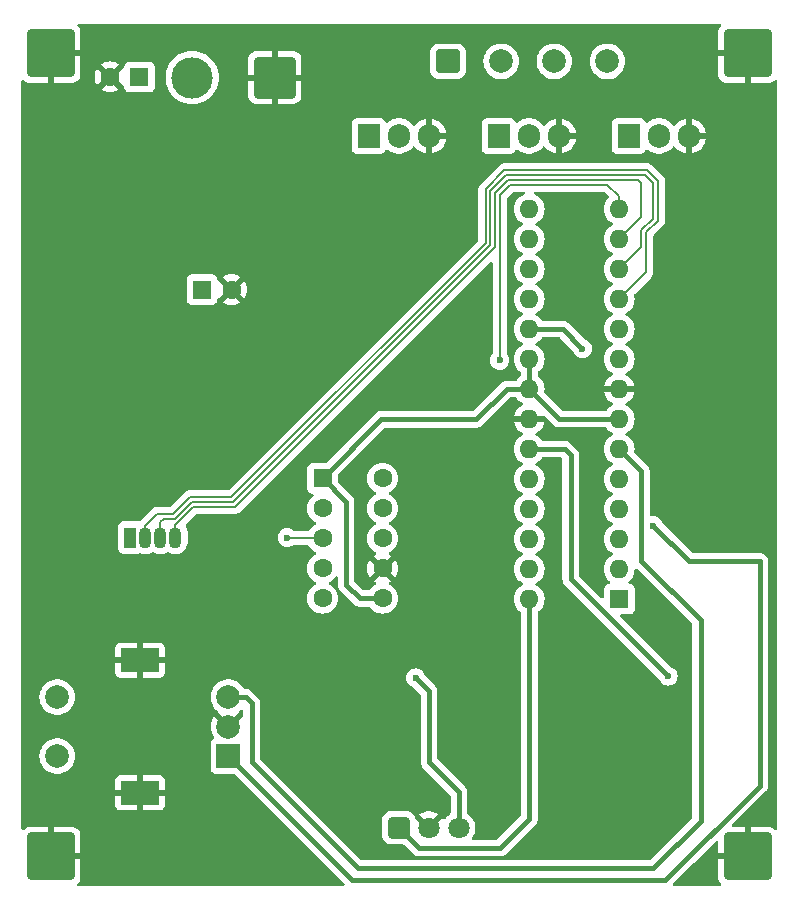
<source format=gbr>
%TF.GenerationSoftware,KiCad,Pcbnew,8.0.6*%
%TF.CreationDate,2025-02-24T13:58:07+01:00*%
%TF.ProjectId,DLA OCBEGO,444c4120-4f43-4424-9547-4f2e6b696361,rev?*%
%TF.SameCoordinates,Original*%
%TF.FileFunction,Copper,L2,Bot*%
%TF.FilePolarity,Positive*%
%FSLAX46Y46*%
G04 Gerber Fmt 4.6, Leading zero omitted, Abs format (unit mm)*
G04 Created by KiCad (PCBNEW 8.0.6) date 2025-02-24 13:58:07*
%MOMM*%
%LPD*%
G01*
G04 APERTURE LIST*
G04 Aperture macros list*
%AMRoundRect*
0 Rectangle with rounded corners*
0 $1 Rounding radius*
0 $2 $3 $4 $5 $6 $7 $8 $9 X,Y pos of 4 corners*
0 Add a 4 corners polygon primitive as box body*
4,1,4,$2,$3,$4,$5,$6,$7,$8,$9,$2,$3,0*
0 Add four circle primitives for the rounded corners*
1,1,$1+$1,$2,$3*
1,1,$1+$1,$4,$5*
1,1,$1+$1,$6,$7*
1,1,$1+$1,$8,$9*
0 Add four rect primitives between the rounded corners*
20,1,$1+$1,$2,$3,$4,$5,0*
20,1,$1+$1,$4,$5,$6,$7,0*
20,1,$1+$1,$6,$7,$8,$9,0*
20,1,$1+$1,$8,$9,$2,$3,0*%
G04 Aperture macros list end*
%TA.AperFunction,ComponentPad*%
%ADD10RoundRect,0.250000X-1.750000X-1.750000X1.750000X-1.750000X1.750000X1.750000X-1.750000X1.750000X0*%
%TD*%
%TA.AperFunction,ComponentPad*%
%ADD11R,1.905000X2.000000*%
%TD*%
%TA.AperFunction,ComponentPad*%
%ADD12O,1.905000X2.000000*%
%TD*%
%TA.AperFunction,ComponentPad*%
%ADD13R,2.000000X2.000000*%
%TD*%
%TA.AperFunction,ComponentPad*%
%ADD14C,2.000000*%
%TD*%
%TA.AperFunction,ComponentPad*%
%ADD15R,3.200000X2.000000*%
%TD*%
%TA.AperFunction,ComponentPad*%
%ADD16RoundRect,0.250000X-0.750000X-0.750000X0.750000X-0.750000X0.750000X0.750000X-0.750000X0.750000X0*%
%TD*%
%TA.AperFunction,ComponentPad*%
%ADD17R,1.600000X1.600000*%
%TD*%
%TA.AperFunction,ComponentPad*%
%ADD18C,1.600000*%
%TD*%
%TA.AperFunction,ComponentPad*%
%ADD19O,1.600000X1.600000*%
%TD*%
%TA.AperFunction,ComponentPad*%
%ADD20RoundRect,0.250200X-0.649800X-0.649800X0.649800X-0.649800X0.649800X0.649800X-0.649800X0.649800X0*%
%TD*%
%TA.AperFunction,ComponentPad*%
%ADD21C,1.800000*%
%TD*%
%TA.AperFunction,ComponentPad*%
%ADD22RoundRect,0.250002X1.499998X1.499998X-1.499998X1.499998X-1.499998X-1.499998X1.499998X-1.499998X0*%
%TD*%
%TA.AperFunction,ComponentPad*%
%ADD23C,3.500000*%
%TD*%
%TA.AperFunction,ComponentPad*%
%ADD24R,1.070000X1.800000*%
%TD*%
%TA.AperFunction,ComponentPad*%
%ADD25O,1.070000X1.800000*%
%TD*%
%TA.AperFunction,ViaPad*%
%ADD26C,0.600000*%
%TD*%
%TA.AperFunction,Conductor*%
%ADD27C,0.400000*%
%TD*%
%TA.AperFunction,Conductor*%
%ADD28C,0.200000*%
%TD*%
G04 APERTURE END LIST*
D10*
%TO.P,J6,1,Pin_1*%
%TO.N,GND*%
X135000000Y-133000000D03*
%TD*%
%TO.P,J5,1,Pin_1*%
%TO.N,GND*%
X76000000Y-133000000D03*
%TD*%
%TO.P,J4,1,Pin_1*%
%TO.N,GND*%
X135000000Y-65000000D03*
%TD*%
%TO.P,J3,1,Pin_1*%
%TO.N,GND*%
X76000000Y-65000000D03*
%TD*%
D11*
%TO.P,Q1,1,G*%
%TO.N,Net-(Q1-G)*%
X102920000Y-72000000D03*
D12*
%TO.P,Q1,2,D*%
%TO.N,Net-(J2-Pin_1)*%
X105460000Y-72000000D03*
%TO.P,Q1,3,S*%
%TO.N,GND*%
X108000000Y-72000000D03*
%TD*%
D13*
%TO.P,SW1,A,A*%
%TO.N,Net-(U2-PD3)*%
X91030977Y-124500000D03*
D14*
%TO.P,SW1,B,B*%
%TO.N,Net-(U2-PD4)*%
X91030977Y-119500000D03*
%TO.P,SW1,C,C*%
%TO.N,GND*%
X91030977Y-122000000D03*
D15*
%TO.P,SW1,MP,MP*%
X83530977Y-127600000D03*
X83530977Y-116400000D03*
D14*
%TO.P,SW1,S1,S1*%
%TO.N,Net-(R1-Pad2)*%
X76530977Y-119500000D03*
%TO.P,SW1,S2,S2*%
%TO.N,Net-(D2-A)*%
X76530977Y-124500000D03*
%TD*%
D16*
%TO.P,J2,1,Pin_1*%
%TO.N,Net-(J2-Pin_1)*%
X109620761Y-65681049D03*
D14*
%TO.P,J2,2,Pin_2*%
%TO.N,Net-(J2-Pin_2)*%
X114120761Y-65681049D03*
%TO.P,J2,3,Pin_3*%
%TO.N,Net-(J2-Pin_3)*%
X118620761Y-65681049D03*
%TO.P,J2,4,Pin_4*%
%TO.N,+12V*%
X123120761Y-65681049D03*
%TD*%
D17*
%TO.P,C7,1*%
%TO.N,+5V*%
X88794888Y-85000000D03*
D18*
%TO.P,C7,2*%
%TO.N,GND*%
X91294888Y-85000000D03*
%TD*%
D17*
%TO.P,U2,1,~{RESET}/PC6*%
%TO.N,Net-(U2-~{RESET}{slash}PC6)*%
X124120000Y-111200000D03*
D19*
%TO.P,U2,2,PD0*%
%TO.N,unconnected-(U2-PD0-Pad2)*%
X124120000Y-108660000D03*
%TO.P,U2,3,PD1*%
%TO.N,unconnected-(U2-PD1-Pad3)*%
X124120000Y-106120000D03*
%TO.P,U2,4,PD2*%
%TO.N,unconnected-(U2-PD2-Pad4)*%
X124120000Y-103580000D03*
%TO.P,U2,5,PD3*%
%TO.N,Net-(U2-PD3)*%
X124120000Y-101040000D03*
%TO.P,U2,6,PD4*%
%TO.N,Net-(U2-PD4)*%
X124120000Y-98500000D03*
%TO.P,U2,7,VCC*%
%TO.N,+5V*%
X124120000Y-95960000D03*
%TO.P,U2,8,GND*%
%TO.N,GND*%
X124120000Y-93420000D03*
%TO.P,U2,9,XTAL1/PB6*%
%TO.N,Net-(U2-XTAL1{slash}PB6)*%
X124120000Y-90880000D03*
%TO.P,U2,10,XTAL2/PB7*%
%TO.N,Net-(U2-XTAL2{slash}PB7)*%
X124120000Y-88340000D03*
%TO.P,U2,11,PD5*%
%TO.N,Net-(D1-RK)*%
X124120000Y-85800000D03*
%TO.P,U2,12,PD6*%
%TO.N,Net-(D1-GK)*%
X124120000Y-83260000D03*
%TO.P,U2,13,PD7*%
%TO.N,Net-(D1-BK)*%
X124120000Y-80720000D03*
%TO.P,U2,14,PB0*%
%TO.N,Net-(U2-PB0)*%
X124120000Y-78180000D03*
%TO.P,U2,15,PB1*%
%TO.N,Net-(Q1-G)*%
X116500000Y-78180000D03*
%TO.P,U2,16,PB2*%
%TO.N,Net-(Q2-G)*%
X116500000Y-80720000D03*
%TO.P,U2,17,PB3*%
%TO.N,Net-(Q3-G)*%
X116500000Y-83260000D03*
%TO.P,U2,18,PB4*%
%TO.N,Net-(U2-PB4)*%
X116500000Y-85800000D03*
%TO.P,U2,19,PB5*%
%TO.N,Net-(U2-PB5)*%
X116500000Y-88340000D03*
%TO.P,U2,20,AVCC*%
%TO.N,+5V*%
X116500000Y-90880000D03*
%TO.P,U2,21,AREF*%
X116500000Y-93420000D03*
%TO.P,U2,22,GND*%
%TO.N,GND*%
X116500000Y-95960000D03*
%TO.P,U2,23,PC0*%
%TO.N,Net-(D2-K)*%
X116500000Y-98500000D03*
%TO.P,U2,24,PC1*%
%TO.N,Net-(U2-PC1)*%
X116500000Y-101040000D03*
%TO.P,U2,25,PC2*%
%TO.N,Net-(U2-PC2)*%
X116500000Y-103580000D03*
%TO.P,U2,26,PC3*%
%TO.N,Net-(U2-PC3)*%
X116500000Y-106120000D03*
%TO.P,U2,27,PC4*%
%TO.N,Net-(U2-PC4)*%
X116500000Y-108660000D03*
%TO.P,U2,28,PC5*%
%TO.N,Net-(U2-PC5)*%
X116500000Y-111200000D03*
%TD*%
D11*
%TO.P,Q3,1,G*%
%TO.N,Net-(Q3-G)*%
X124920000Y-72000000D03*
D12*
%TO.P,Q3,2,D*%
%TO.N,Net-(J2-Pin_3)*%
X127460000Y-72000000D03*
%TO.P,Q3,3,S*%
%TO.N,GND*%
X130000000Y-72000000D03*
%TD*%
D17*
%TO.P,C3,1*%
%TO.N,+12V*%
X83500000Y-67000000D03*
D18*
%TO.P,C3,2*%
%TO.N,GND*%
X81000000Y-67000000D03*
%TD*%
D20*
%TO.P,U5,1,OUT*%
%TO.N,Net-(U2-PC5)*%
X105460000Y-130575000D03*
D21*
%TO.P,U5,2,GND*%
%TO.N,GND*%
X108000000Y-130575000D03*
%TO.P,U5,3,Vs*%
%TO.N,+5V*%
X110540000Y-130575000D03*
%TD*%
D22*
%TO.P,J1,1,Pin_1*%
%TO.N,GND*%
X94960000Y-67055000D03*
D23*
%TO.P,J1,2,Pin_2*%
%TO.N,+12V*%
X87960000Y-67055000D03*
%TD*%
D17*
%TO.P,U4,1,CA*%
%TO.N,+5V*%
X99000000Y-100982500D03*
D18*
%TO.P,U4,2,F*%
%TO.N,Net-(U4-F)*%
X99000000Y-103522500D03*
%TO.P,U4,3,G*%
%TO.N,Net-(U4-G)*%
X99000000Y-106062500D03*
%TO.P,U4,4,E*%
%TO.N,Net-(U4-E)*%
X99000000Y-108602500D03*
%TO.P,U4,5,D*%
%TO.N,Net-(U4-D)*%
X99000000Y-111142500D03*
%TO.P,U4,6,CA*%
%TO.N,+5V*%
X104080000Y-111142500D03*
%TO.P,U4,7,DP*%
%TO.N,GND*%
X104080000Y-108602500D03*
%TO.P,U4,8,C*%
%TO.N,Net-(U4-C)*%
X104080000Y-106062500D03*
%TO.P,U4,9,B*%
%TO.N,Net-(U4-B)*%
X104080000Y-103522500D03*
%TO.P,U4,10,A*%
%TO.N,Net-(U4-A)*%
X104080000Y-100982500D03*
%TD*%
D24*
%TO.P,D1,1,A*%
%TO.N,Net-(D1-A)*%
X82730000Y-106000000D03*
D25*
%TO.P,D1,2,RK*%
%TO.N,Net-(D1-RK)*%
X84000000Y-106000000D03*
%TO.P,D1,3,GK*%
%TO.N,Net-(D1-GK)*%
X85270000Y-106000000D03*
%TO.P,D1,4,BK*%
%TO.N,Net-(D1-BK)*%
X86540000Y-106000000D03*
%TD*%
D11*
%TO.P,Q2,1,G*%
%TO.N,Net-(Q2-G)*%
X113920000Y-72000000D03*
D12*
%TO.P,Q2,2,D*%
%TO.N,Net-(J2-Pin_2)*%
X116460000Y-72000000D03*
%TO.P,Q2,3,S*%
%TO.N,GND*%
X119000000Y-72000000D03*
%TD*%
D26*
%TO.N,GND*%
X136000000Y-90000000D03*
%TO.N,+5V*%
X106875000Y-117875000D03*
%TO.N,Net-(D2-K)*%
X128260000Y-117740000D03*
%TO.N,Net-(U2-PB0)*%
X114000000Y-91000000D03*
%TO.N,Net-(U2-PB5)*%
X121000000Y-90000000D03*
%TO.N,Net-(U4-G)*%
X96000000Y-106000000D03*
%TO.N,Net-(U2-PD3)*%
X127000000Y-105000000D03*
%TD*%
D27*
%TO.N,Net-(U2-PD4)*%
X126000000Y-100380000D02*
X124120000Y-98500000D01*
X131000000Y-113000000D02*
X126000000Y-108000000D01*
X102000000Y-134000000D02*
X127000000Y-134000000D01*
X126000000Y-108000000D02*
X126000000Y-100380000D01*
X93000000Y-125000000D02*
X102000000Y-134000000D01*
X93000000Y-120000000D02*
X93000000Y-125000000D01*
X131000000Y-130000000D02*
X131000000Y-113000000D01*
X127000000Y-134000000D02*
X131000000Y-130000000D01*
X92500000Y-119500000D02*
X93000000Y-120000000D01*
X91030977Y-119500000D02*
X92500000Y-119500000D01*
%TO.N,Net-(U2-PD3)*%
X130000000Y-108000000D02*
X127000000Y-105000000D01*
X136000000Y-108000000D02*
X130000000Y-108000000D01*
X128000000Y-135000000D02*
X136000000Y-127000000D01*
X101530977Y-135000000D02*
X128000000Y-135000000D01*
X91030977Y-124500000D02*
X101530977Y-135000000D01*
X136000000Y-127000000D02*
X136000000Y-108000000D01*
%TO.N,+5V*%
X101000000Y-110000000D02*
X102142500Y-111142500D01*
X110540000Y-131075000D02*
X110540000Y-127540000D01*
X108000000Y-125000000D02*
X108000000Y-119000000D01*
X108000000Y-119000000D02*
X106875000Y-117875000D01*
X119040000Y-95960000D02*
X116500000Y-93420000D01*
X99000000Y-100982500D02*
X103982500Y-96000000D01*
X110540000Y-127540000D02*
X108000000Y-125000000D01*
X103982500Y-96000000D02*
X112000000Y-96000000D01*
X102142500Y-111142500D02*
X104080000Y-111142500D01*
X116500000Y-93420000D02*
X116500000Y-90880000D01*
X124120000Y-95960000D02*
X119040000Y-95960000D01*
X101000000Y-102982500D02*
X101000000Y-110000000D01*
X112000000Y-96000000D02*
X114580000Y-93420000D01*
X99000000Y-100982500D02*
X101000000Y-102982500D01*
X114580000Y-93420000D02*
X116500000Y-93420000D01*
D28*
%TO.N,Net-(D1-GK)*%
X86505000Y-104400000D02*
X85552500Y-104400000D01*
X113200000Y-76668628D02*
X113200000Y-81234314D01*
X124120000Y-83260000D02*
X126000000Y-81380000D01*
X85270000Y-104682500D02*
X85270000Y-106000000D01*
X114554906Y-75313722D02*
X113200000Y-76668628D01*
X85552500Y-104400000D02*
X85270000Y-104682500D01*
X91434314Y-103000000D02*
X87905000Y-103000000D01*
X126313722Y-75313722D02*
X114554906Y-75313722D01*
X127000000Y-76000000D02*
X126313722Y-75313722D01*
X127000000Y-79000000D02*
X127000000Y-76000000D01*
X126000000Y-81380000D02*
X126000000Y-80000000D01*
X113200000Y-81234314D02*
X91434314Y-103000000D01*
X87905000Y-103000000D02*
X86505000Y-104400000D01*
X126000000Y-80000000D02*
X127000000Y-79000000D01*
%TO.N,Net-(D1-BK)*%
X125713722Y-75713722D02*
X114720592Y-75713722D01*
X88070686Y-103400000D02*
X86540000Y-104930686D01*
X91600000Y-103400000D02*
X113600000Y-81400000D01*
X86540000Y-104930686D02*
X86540000Y-106000000D01*
X126000000Y-76000000D02*
X125713722Y-75713722D01*
X91600000Y-103400000D02*
X88070686Y-103400000D01*
X124120000Y-80720000D02*
X126000000Y-78840000D01*
X113600000Y-76834314D02*
X113600000Y-81400000D01*
X114720592Y-75713722D02*
X113600000Y-76834314D01*
X126000000Y-78840000D02*
X126000000Y-76000000D01*
%TO.N,Net-(D1-RK)*%
X112800000Y-81068628D02*
X91268628Y-102600000D01*
X127400000Y-79165686D02*
X127400000Y-75834314D01*
X112800000Y-76502942D02*
X112800000Y-81068628D01*
X84000000Y-105000000D02*
X84000000Y-106000000D01*
X112800000Y-76502942D02*
X114389220Y-74913722D01*
X127400000Y-75834314D02*
X126479408Y-74913722D01*
X87739314Y-102600000D02*
X86339314Y-104000000D01*
X126400000Y-80165686D02*
X127400000Y-79165686D01*
X85000000Y-104000000D02*
X84000000Y-105000000D01*
X126479408Y-74913722D02*
X114389220Y-74913722D01*
X86339314Y-104000000D02*
X85000000Y-104000000D01*
X91268628Y-102600000D02*
X87739314Y-102600000D01*
X124120000Y-85800000D02*
X126400000Y-83520000D01*
X126400000Y-83520000D02*
X126400000Y-80165686D01*
D27*
%TO.N,Net-(D2-K)*%
X116500000Y-98500000D02*
X119500000Y-98500000D01*
X120000000Y-99000000D02*
X120000000Y-109480000D01*
X120000000Y-109480000D02*
X128260000Y-117740000D01*
X119500000Y-98500000D02*
X120000000Y-99000000D01*
D28*
%TO.N,Net-(U2-PB0)*%
X114886278Y-76113722D02*
X114000000Y-77000000D01*
X124120000Y-77120000D02*
X123113722Y-76113722D01*
X124120000Y-78180000D02*
X124120000Y-77120000D01*
X123113722Y-76113722D02*
X114886278Y-76113722D01*
X114000000Y-77000000D02*
X114000000Y-91000000D01*
D27*
%TO.N,Net-(U2-PB5)*%
X119340000Y-88340000D02*
X121000000Y-90000000D01*
X116500000Y-88340000D02*
X119340000Y-88340000D01*
D28*
%TO.N,Net-(U4-G)*%
X96062500Y-106062500D02*
X96000000Y-106000000D01*
X99000000Y-106062500D02*
X96062500Y-106062500D01*
D27*
%TO.N,Net-(U2-PC5)*%
X116500000Y-129800000D02*
X116500000Y-111200000D01*
X114000000Y-132300000D02*
X116500000Y-129800000D01*
X105460000Y-130575000D02*
X107185000Y-132300000D01*
X107185000Y-132300000D02*
X114000000Y-132300000D01*
%TD*%
%TA.AperFunction,Conductor*%
%TO.N,GND*%
G36*
X132706516Y-62520185D02*
G01*
X132752271Y-62572989D01*
X132762215Y-62642147D01*
X132733190Y-62705703D01*
X132727158Y-62712181D01*
X132657684Y-62781654D01*
X132565643Y-62930875D01*
X132565641Y-62930880D01*
X132510494Y-63097302D01*
X132510493Y-63097309D01*
X132500000Y-63200013D01*
X132500000Y-64750000D01*
X133520898Y-64750000D01*
X133500000Y-64881947D01*
X133500000Y-65118053D01*
X133520898Y-65250000D01*
X132500001Y-65250000D01*
X132500001Y-66799986D01*
X132510494Y-66902697D01*
X132565641Y-67069119D01*
X132565643Y-67069124D01*
X132657684Y-67218345D01*
X132781654Y-67342315D01*
X132930875Y-67434356D01*
X132930880Y-67434358D01*
X133097302Y-67489505D01*
X133097309Y-67489506D01*
X133200019Y-67499999D01*
X134749999Y-67499999D01*
X134750000Y-67499998D01*
X134750000Y-66479101D01*
X134881947Y-66500000D01*
X135118053Y-66500000D01*
X135250000Y-66479101D01*
X135250000Y-67499999D01*
X136799972Y-67499999D01*
X136799986Y-67499998D01*
X136902697Y-67489505D01*
X137069119Y-67434358D01*
X137069124Y-67434356D01*
X137218345Y-67342315D01*
X137287819Y-67272842D01*
X137349142Y-67239357D01*
X137418834Y-67244341D01*
X137474767Y-67286213D01*
X137499184Y-67351677D01*
X137499500Y-67360523D01*
X137499500Y-130639477D01*
X137479815Y-130706516D01*
X137427011Y-130752271D01*
X137357853Y-130762215D01*
X137294297Y-130733190D01*
X137287819Y-130727158D01*
X137218345Y-130657684D01*
X137069124Y-130565643D01*
X137069119Y-130565641D01*
X136902697Y-130510494D01*
X136902690Y-130510493D01*
X136799986Y-130500000D01*
X135250000Y-130500000D01*
X135250000Y-131520898D01*
X135118053Y-131500000D01*
X134881947Y-131500000D01*
X134750000Y-131520898D01*
X134750000Y-130500000D01*
X133790017Y-130500000D01*
X133722978Y-130480315D01*
X133677223Y-130427511D01*
X133667279Y-130358353D01*
X133696304Y-130294797D01*
X133702317Y-130288338D01*
X136544113Y-127446543D01*
X136618196Y-127335671D01*
X136620775Y-127331811D01*
X136671981Y-127208189D01*
X136673580Y-127204329D01*
X136678934Y-127177409D01*
X136700500Y-127068993D01*
X136700500Y-107931007D01*
X136700500Y-107931006D01*
X136700500Y-107931004D01*
X136673581Y-107795677D01*
X136673580Y-107795676D01*
X136673580Y-107795672D01*
X136673578Y-107795667D01*
X136620778Y-107668195D01*
X136620771Y-107668182D01*
X136544114Y-107553458D01*
X136544111Y-107553454D01*
X136446545Y-107455888D01*
X136446541Y-107455885D01*
X136331817Y-107379228D01*
X136331804Y-107379221D01*
X136204332Y-107326421D01*
X136204322Y-107326418D01*
X136068995Y-107299500D01*
X136068993Y-107299500D01*
X130341519Y-107299500D01*
X130274480Y-107279815D01*
X130253838Y-107263181D01*
X127791367Y-104800710D01*
X127762006Y-104753983D01*
X127760346Y-104749239D01*
X127725789Y-104650478D01*
X127709708Y-104624886D01*
X127650215Y-104530203D01*
X127629816Y-104497738D01*
X127502262Y-104370184D01*
X127488663Y-104361639D01*
X127349523Y-104274211D01*
X127179254Y-104214631D01*
X127179249Y-104214630D01*
X127000004Y-104194435D01*
X126999996Y-104194435D01*
X126838383Y-104212644D01*
X126769561Y-104200589D01*
X126718182Y-104153240D01*
X126700500Y-104089424D01*
X126700500Y-100311004D01*
X126678590Y-100200861D01*
X126678589Y-100200858D01*
X126673580Y-100175671D01*
X126631887Y-100075017D01*
X126620775Y-100048189D01*
X126576852Y-99982454D01*
X126544115Y-99933459D01*
X126520085Y-99909429D01*
X126446542Y-99835886D01*
X125949795Y-99339139D01*
X125441027Y-98830370D01*
X125407542Y-98769047D01*
X125405180Y-98731881D01*
X125405633Y-98726697D01*
X125405635Y-98726692D01*
X125425468Y-98500000D01*
X125405635Y-98273308D01*
X125346739Y-98053504D01*
X125250568Y-97847266D01*
X125120047Y-97660861D01*
X125120045Y-97660858D01*
X124959141Y-97499954D01*
X124772734Y-97369432D01*
X124772728Y-97369429D01*
X124714725Y-97342382D01*
X124662285Y-97296210D01*
X124643133Y-97229017D01*
X124663348Y-97162135D01*
X124714725Y-97117618D01*
X124715319Y-97117341D01*
X124772734Y-97090568D01*
X124959139Y-96960047D01*
X125120047Y-96799139D01*
X125250568Y-96612734D01*
X125346739Y-96406496D01*
X125405635Y-96186692D01*
X125425468Y-95960000D01*
X125405635Y-95733308D01*
X125346739Y-95513504D01*
X125250568Y-95307266D01*
X125120047Y-95120861D01*
X125120045Y-95120858D01*
X124959141Y-94959954D01*
X124772734Y-94829432D01*
X124772732Y-94829431D01*
X124715315Y-94802657D01*
X124714132Y-94802105D01*
X124661694Y-94755934D01*
X124642542Y-94688740D01*
X124662758Y-94621859D01*
X124714134Y-94577341D01*
X124772484Y-94550132D01*
X124958820Y-94419657D01*
X125119657Y-94258820D01*
X125250134Y-94072482D01*
X125346265Y-93866326D01*
X125346269Y-93866317D01*
X125398872Y-93670000D01*
X124435686Y-93670000D01*
X124440080Y-93665606D01*
X124492741Y-93574394D01*
X124520000Y-93472661D01*
X124520000Y-93367339D01*
X124492741Y-93265606D01*
X124440080Y-93174394D01*
X124435686Y-93170000D01*
X125398872Y-93170000D01*
X125398872Y-93169999D01*
X125346269Y-92973682D01*
X125346265Y-92973673D01*
X125250134Y-92767517D01*
X125119657Y-92581179D01*
X124958820Y-92420342D01*
X124772482Y-92289865D01*
X124714133Y-92262657D01*
X124661694Y-92216484D01*
X124642542Y-92149291D01*
X124662758Y-92082410D01*
X124714129Y-92037895D01*
X124772734Y-92010568D01*
X124959139Y-91880047D01*
X125120047Y-91719139D01*
X125250568Y-91532734D01*
X125346739Y-91326496D01*
X125405635Y-91106692D01*
X125425468Y-90880000D01*
X125405635Y-90653308D01*
X125346739Y-90433504D01*
X125250568Y-90227266D01*
X125120047Y-90040861D01*
X125120045Y-90040858D01*
X124959141Y-89879954D01*
X124772734Y-89749432D01*
X124772728Y-89749429D01*
X124714725Y-89722382D01*
X124662285Y-89676210D01*
X124643133Y-89609017D01*
X124663348Y-89542135D01*
X124714725Y-89497618D01*
X124772734Y-89470568D01*
X124959139Y-89340047D01*
X125120047Y-89179139D01*
X125250568Y-88992734D01*
X125346739Y-88786496D01*
X125405635Y-88566692D01*
X125425468Y-88340000D01*
X125405635Y-88113308D01*
X125346739Y-87893504D01*
X125250568Y-87687266D01*
X125120047Y-87500861D01*
X125120045Y-87500858D01*
X124959141Y-87339954D01*
X124772734Y-87209432D01*
X124772728Y-87209429D01*
X124714725Y-87182382D01*
X124662285Y-87136210D01*
X124643133Y-87069017D01*
X124663348Y-87002135D01*
X124714725Y-86957618D01*
X124772734Y-86930568D01*
X124959139Y-86800047D01*
X125120047Y-86639139D01*
X125250568Y-86452734D01*
X125346739Y-86246496D01*
X125405635Y-86026692D01*
X125425468Y-85800000D01*
X125405635Y-85573308D01*
X125379847Y-85477066D01*
X125381510Y-85407217D01*
X125411939Y-85357294D01*
X126768713Y-84000521D01*
X126768716Y-84000520D01*
X126880520Y-83888716D01*
X126930639Y-83801904D01*
X126959577Y-83751785D01*
X127000501Y-83599057D01*
X127000501Y-83440943D01*
X127000501Y-83433348D01*
X127000500Y-83433330D01*
X127000500Y-80465783D01*
X127020185Y-80398744D01*
X127036819Y-80378102D01*
X127347656Y-80067265D01*
X127880520Y-79534402D01*
X127959577Y-79397470D01*
X128000501Y-79244743D01*
X128000501Y-79086628D01*
X128000501Y-79079033D01*
X128000500Y-79079015D01*
X128000500Y-75923374D01*
X128000501Y-75923361D01*
X128000501Y-75755258D01*
X127959576Y-75602528D01*
X127959573Y-75602523D01*
X127880524Y-75465604D01*
X127880518Y-75465596D01*
X126966998Y-74552077D01*
X126966996Y-74552074D01*
X126848125Y-74433203D01*
X126848124Y-74433202D01*
X126761312Y-74383082D01*
X126761312Y-74383081D01*
X126761308Y-74383080D01*
X126711193Y-74354145D01*
X126558465Y-74313221D01*
X126400351Y-74313221D01*
X126392755Y-74313221D01*
X126392739Y-74313222D01*
X114310160Y-74313222D01*
X114269239Y-74324186D01*
X114269239Y-74324187D01*
X114231971Y-74334173D01*
X114157434Y-74354145D01*
X114157429Y-74354148D01*
X114020510Y-74433197D01*
X114020502Y-74433203D01*
X112319481Y-76134224D01*
X112319479Y-76134227D01*
X112269361Y-76221036D01*
X112269359Y-76221038D01*
X112240425Y-76271151D01*
X112240424Y-76271152D01*
X112228799Y-76314538D01*
X112199499Y-76423885D01*
X112199499Y-76423887D01*
X112199499Y-76591988D01*
X112199500Y-76592001D01*
X112199500Y-80768531D01*
X112179815Y-80835570D01*
X112163181Y-80856212D01*
X91056212Y-101963181D01*
X90994889Y-101996666D01*
X90968531Y-101999500D01*
X87825983Y-101999500D01*
X87825967Y-101999499D01*
X87818371Y-101999499D01*
X87660257Y-101999499D01*
X87552901Y-102028265D01*
X87507524Y-102040424D01*
X87507523Y-102040425D01*
X87457410Y-102069359D01*
X87457409Y-102069360D01*
X87414003Y-102094420D01*
X87370599Y-102119479D01*
X87370596Y-102119481D01*
X87258792Y-102231286D01*
X86126898Y-103363181D01*
X86065575Y-103396666D01*
X86039217Y-103399500D01*
X85086670Y-103399500D01*
X85086654Y-103399499D01*
X85079058Y-103399499D01*
X84920943Y-103399499D01*
X84844579Y-103419961D01*
X84768214Y-103440423D01*
X84768209Y-103440426D01*
X84631290Y-103519475D01*
X84631282Y-103519481D01*
X84124276Y-104026488D01*
X83631286Y-104519478D01*
X83631284Y-104519480D01*
X83570719Y-104580045D01*
X83554378Y-104596386D01*
X83493054Y-104629870D01*
X83423364Y-104624886D01*
X83372482Y-104605908D01*
X83372483Y-104605908D01*
X83312883Y-104599501D01*
X83312881Y-104599500D01*
X83312873Y-104599500D01*
X83312864Y-104599500D01*
X82147129Y-104599500D01*
X82147123Y-104599501D01*
X82087516Y-104605908D01*
X81952671Y-104656202D01*
X81952664Y-104656206D01*
X81837455Y-104742452D01*
X81837452Y-104742455D01*
X81751206Y-104857664D01*
X81751202Y-104857671D01*
X81700908Y-104992517D01*
X81694501Y-105052116D01*
X81694500Y-105052135D01*
X81694500Y-106947870D01*
X81694501Y-106947876D01*
X81700908Y-107007483D01*
X81751202Y-107142328D01*
X81751206Y-107142335D01*
X81837452Y-107257544D01*
X81837455Y-107257547D01*
X81952664Y-107343793D01*
X81952671Y-107343797D01*
X82087517Y-107394091D01*
X82087516Y-107394091D01*
X82094444Y-107394835D01*
X82147127Y-107400500D01*
X83312872Y-107400499D01*
X83372483Y-107394091D01*
X83507331Y-107343796D01*
X83507335Y-107343792D01*
X83515118Y-107339544D01*
X83516269Y-107341653D01*
X83569614Y-107321749D01*
X83625928Y-107330870D01*
X83697956Y-107360706D01*
X83697960Y-107360706D01*
X83697961Y-107360707D01*
X83898009Y-107400500D01*
X83898012Y-107400500D01*
X84101990Y-107400500D01*
X84236579Y-107373727D01*
X84302044Y-107360706D01*
X84490493Y-107282648D01*
X84566109Y-107232123D01*
X84632786Y-107211245D01*
X84700166Y-107229729D01*
X84703891Y-107232123D01*
X84731496Y-107250568D01*
X84779507Y-107282648D01*
X84779509Y-107282649D01*
X84779513Y-107282651D01*
X84937607Y-107348135D01*
X84967956Y-107360706D01*
X84967960Y-107360706D01*
X84967961Y-107360707D01*
X85168009Y-107400500D01*
X85168012Y-107400500D01*
X85371990Y-107400500D01*
X85506579Y-107373727D01*
X85572044Y-107360706D01*
X85760493Y-107282648D01*
X85836109Y-107232123D01*
X85902786Y-107211245D01*
X85970166Y-107229729D01*
X85973891Y-107232123D01*
X86001496Y-107250568D01*
X86049507Y-107282648D01*
X86049509Y-107282649D01*
X86049513Y-107282651D01*
X86207607Y-107348135D01*
X86237956Y-107360706D01*
X86237960Y-107360706D01*
X86237961Y-107360707D01*
X86438009Y-107400500D01*
X86438012Y-107400500D01*
X86641990Y-107400500D01*
X86776579Y-107373727D01*
X86842044Y-107360706D01*
X87030493Y-107282648D01*
X87200093Y-107169325D01*
X87344325Y-107025093D01*
X87457648Y-106855493D01*
X87535706Y-106667044D01*
X87555706Y-106566497D01*
X87575500Y-106466990D01*
X87575500Y-105533009D01*
X87535707Y-105332961D01*
X87535706Y-105332960D01*
X87535706Y-105332956D01*
X87511180Y-105273745D01*
X87457650Y-105144511D01*
X87457649Y-105144509D01*
X87402821Y-105062454D01*
X87401136Y-105059932D01*
X87380259Y-104993255D01*
X87398744Y-104925875D01*
X87416553Y-104903366D01*
X88283102Y-104036819D01*
X88344425Y-104003334D01*
X88370783Y-104000500D01*
X91513331Y-104000500D01*
X91513347Y-104000501D01*
X91520943Y-104000501D01*
X91679054Y-104000501D01*
X91679057Y-104000501D01*
X91831785Y-103959577D01*
X91881904Y-103930639D01*
X91968716Y-103880520D01*
X92080520Y-103768716D01*
X92080520Y-103768714D01*
X92090728Y-103758507D01*
X92090729Y-103758504D01*
X113187821Y-82661413D01*
X113249142Y-82627930D01*
X113318834Y-82632914D01*
X113374767Y-82674786D01*
X113399184Y-82740250D01*
X113399500Y-82749096D01*
X113399500Y-90417587D01*
X113379815Y-90484626D01*
X113372450Y-90494896D01*
X113370186Y-90497734D01*
X113274211Y-90650476D01*
X113214631Y-90820745D01*
X113214630Y-90820750D01*
X113194435Y-90999996D01*
X113194435Y-91000003D01*
X113214630Y-91179249D01*
X113214631Y-91179254D01*
X113274211Y-91349523D01*
X113370184Y-91502262D01*
X113497738Y-91629816D01*
X113588080Y-91686582D01*
X113639897Y-91719141D01*
X113650478Y-91725789D01*
X113820745Y-91785368D01*
X113820750Y-91785369D01*
X113999996Y-91805565D01*
X114000000Y-91805565D01*
X114000004Y-91805565D01*
X114179249Y-91785369D01*
X114179252Y-91785368D01*
X114179255Y-91785368D01*
X114349522Y-91725789D01*
X114502262Y-91629816D01*
X114629816Y-91502262D01*
X114725789Y-91349522D01*
X114785368Y-91179255D01*
X114785369Y-91179249D01*
X114805565Y-91000003D01*
X114805565Y-90999996D01*
X114785369Y-90820750D01*
X114785368Y-90820745D01*
X114725788Y-90650476D01*
X114692645Y-90597730D01*
X114629816Y-90497738D01*
X114629814Y-90497736D01*
X114629813Y-90497734D01*
X114627550Y-90494896D01*
X114626659Y-90492715D01*
X114626111Y-90491842D01*
X114626264Y-90491745D01*
X114601144Y-90430209D01*
X114600500Y-90417587D01*
X114600500Y-77300097D01*
X114620185Y-77233058D01*
X114636819Y-77212416D01*
X115098694Y-76750541D01*
X115160017Y-76717056D01*
X115186375Y-76714222D01*
X116007020Y-76714222D01*
X116074059Y-76733907D01*
X116119814Y-76786711D01*
X116129758Y-76855869D01*
X116100733Y-76919425D01*
X116057558Y-76949145D01*
X116058411Y-76950973D01*
X115847267Y-77049431D01*
X115847265Y-77049432D01*
X115660858Y-77179954D01*
X115499954Y-77340858D01*
X115369432Y-77527265D01*
X115369431Y-77527267D01*
X115273261Y-77733502D01*
X115273258Y-77733511D01*
X115214366Y-77953302D01*
X115214364Y-77953313D01*
X115194532Y-78179998D01*
X115194532Y-78180001D01*
X115214364Y-78406686D01*
X115214366Y-78406697D01*
X115273258Y-78626488D01*
X115273261Y-78626497D01*
X115369431Y-78832732D01*
X115369432Y-78832734D01*
X115499954Y-79019141D01*
X115660858Y-79180045D01*
X115660861Y-79180047D01*
X115847266Y-79310568D01*
X115905275Y-79337618D01*
X115957714Y-79383791D01*
X115976866Y-79450984D01*
X115956650Y-79517865D01*
X115905275Y-79562382D01*
X115847267Y-79589431D01*
X115847265Y-79589432D01*
X115660858Y-79719954D01*
X115499954Y-79880858D01*
X115369432Y-80067265D01*
X115369431Y-80067267D01*
X115273261Y-80273502D01*
X115273258Y-80273511D01*
X115214366Y-80493302D01*
X115214364Y-80493313D01*
X115194532Y-80719998D01*
X115194532Y-80720001D01*
X115214364Y-80946686D01*
X115214366Y-80946697D01*
X115273258Y-81166488D01*
X115273261Y-81166497D01*
X115369431Y-81372732D01*
X115369432Y-81372734D01*
X115499954Y-81559141D01*
X115660858Y-81720045D01*
X115660861Y-81720047D01*
X115847266Y-81850568D01*
X115905275Y-81877618D01*
X115957714Y-81923791D01*
X115976866Y-81990984D01*
X115956650Y-82057865D01*
X115905275Y-82102382D01*
X115847267Y-82129431D01*
X115847265Y-82129432D01*
X115660858Y-82259954D01*
X115499954Y-82420858D01*
X115369432Y-82607265D01*
X115369431Y-82607267D01*
X115273261Y-82813502D01*
X115273258Y-82813511D01*
X115214366Y-83033302D01*
X115214364Y-83033313D01*
X115194532Y-83259998D01*
X115194532Y-83260001D01*
X115214364Y-83486686D01*
X115214366Y-83486697D01*
X115273258Y-83706488D01*
X115273261Y-83706497D01*
X115369431Y-83912732D01*
X115369432Y-83912734D01*
X115499954Y-84099141D01*
X115660858Y-84260045D01*
X115660861Y-84260047D01*
X115847266Y-84390568D01*
X115905275Y-84417618D01*
X115957714Y-84463791D01*
X115976866Y-84530984D01*
X115956650Y-84597865D01*
X115905275Y-84642382D01*
X115847267Y-84669431D01*
X115847265Y-84669432D01*
X115660858Y-84799954D01*
X115499954Y-84960858D01*
X115369432Y-85147265D01*
X115369431Y-85147267D01*
X115273261Y-85353502D01*
X115273258Y-85353511D01*
X115214366Y-85573302D01*
X115214364Y-85573313D01*
X115194532Y-85799998D01*
X115194532Y-85800001D01*
X115214364Y-86026686D01*
X115214366Y-86026697D01*
X115273258Y-86246488D01*
X115273261Y-86246497D01*
X115369431Y-86452732D01*
X115369432Y-86452734D01*
X115499954Y-86639141D01*
X115660858Y-86800045D01*
X115660861Y-86800047D01*
X115847266Y-86930568D01*
X115905275Y-86957618D01*
X115957714Y-87003791D01*
X115976866Y-87070984D01*
X115956650Y-87137865D01*
X115905275Y-87182382D01*
X115847267Y-87209431D01*
X115847265Y-87209432D01*
X115660858Y-87339954D01*
X115499954Y-87500858D01*
X115369432Y-87687265D01*
X115369431Y-87687267D01*
X115273261Y-87893502D01*
X115273258Y-87893511D01*
X115214366Y-88113302D01*
X115214364Y-88113313D01*
X115194532Y-88339998D01*
X115194532Y-88340001D01*
X115214364Y-88566686D01*
X115214366Y-88566697D01*
X115273258Y-88786488D01*
X115273261Y-88786497D01*
X115369431Y-88992732D01*
X115369432Y-88992734D01*
X115499954Y-89179141D01*
X115660858Y-89340045D01*
X115660861Y-89340047D01*
X115847266Y-89470568D01*
X115905275Y-89497618D01*
X115957714Y-89543791D01*
X115976866Y-89610984D01*
X115956650Y-89677865D01*
X115905275Y-89722382D01*
X115847267Y-89749431D01*
X115847265Y-89749432D01*
X115660858Y-89879954D01*
X115499954Y-90040858D01*
X115369432Y-90227265D01*
X115369431Y-90227267D01*
X115273261Y-90433502D01*
X115273258Y-90433511D01*
X115214366Y-90653302D01*
X115214364Y-90653313D01*
X115194532Y-90879998D01*
X115194532Y-90880001D01*
X115214364Y-91106686D01*
X115214366Y-91106697D01*
X115273258Y-91326488D01*
X115273261Y-91326497D01*
X115369431Y-91532732D01*
X115369432Y-91532734D01*
X115499954Y-91719141D01*
X115660857Y-91880044D01*
X115660860Y-91880046D01*
X115660861Y-91880047D01*
X115746623Y-91940097D01*
X115790248Y-91994673D01*
X115799500Y-92041672D01*
X115799500Y-92258326D01*
X115779815Y-92325365D01*
X115746624Y-92359901D01*
X115660863Y-92419951D01*
X115499951Y-92580862D01*
X115439902Y-92666623D01*
X115385325Y-92710248D01*
X115338327Y-92719500D01*
X114511004Y-92719500D01*
X114375677Y-92746418D01*
X114375667Y-92746421D01*
X114248192Y-92799222D01*
X114133454Y-92875887D01*
X114133453Y-92875888D01*
X111746162Y-95263181D01*
X111684839Y-95296666D01*
X111658481Y-95299500D01*
X103913504Y-95299500D01*
X103778177Y-95326418D01*
X103778167Y-95326421D01*
X103650692Y-95379222D01*
X103535954Y-95455887D01*
X99346160Y-99645681D01*
X99284837Y-99679166D01*
X99258479Y-99682000D01*
X98152129Y-99682000D01*
X98152123Y-99682001D01*
X98092516Y-99688408D01*
X97957671Y-99738702D01*
X97957664Y-99738706D01*
X97842455Y-99824952D01*
X97842452Y-99824955D01*
X97756206Y-99940164D01*
X97756202Y-99940171D01*
X97705908Y-100075017D01*
X97699501Y-100134616D01*
X97699500Y-100134635D01*
X97699500Y-101830370D01*
X97699501Y-101830376D01*
X97705908Y-101889983D01*
X97756202Y-102024828D01*
X97756206Y-102024835D01*
X97842452Y-102140044D01*
X97842455Y-102140047D01*
X97957664Y-102226293D01*
X97957671Y-102226297D01*
X98000136Y-102242135D01*
X98092517Y-102276591D01*
X98127596Y-102280362D01*
X98192144Y-102307099D01*
X98231993Y-102364491D01*
X98234488Y-102434316D01*
X98198836Y-102494405D01*
X98185464Y-102505225D01*
X98160858Y-102522454D01*
X97999954Y-102683358D01*
X97869432Y-102869765D01*
X97869431Y-102869767D01*
X97773261Y-103076002D01*
X97773258Y-103076011D01*
X97714366Y-103295802D01*
X97714364Y-103295813D01*
X97694532Y-103522498D01*
X97694532Y-103522501D01*
X97714364Y-103749186D01*
X97714366Y-103749197D01*
X97773258Y-103968988D01*
X97773261Y-103968997D01*
X97869431Y-104175232D01*
X97869432Y-104175234D01*
X97999954Y-104361641D01*
X98160858Y-104522545D01*
X98207693Y-104555339D01*
X98347266Y-104653068D01*
X98405275Y-104680118D01*
X98457714Y-104726291D01*
X98476866Y-104793484D01*
X98456650Y-104860365D01*
X98405275Y-104904882D01*
X98347267Y-104931931D01*
X98347265Y-104931932D01*
X98160858Y-105062454D01*
X97999954Y-105223358D01*
X97959691Y-105280861D01*
X97869881Y-105409124D01*
X97815307Y-105452748D01*
X97768308Y-105462000D01*
X96645440Y-105462000D01*
X96578401Y-105442315D01*
X96557759Y-105425681D01*
X96502262Y-105370184D01*
X96349523Y-105274211D01*
X96179254Y-105214631D01*
X96179249Y-105214630D01*
X96000004Y-105194435D01*
X95999996Y-105194435D01*
X95820750Y-105214630D01*
X95820745Y-105214631D01*
X95650476Y-105274211D01*
X95497737Y-105370184D01*
X95370184Y-105497737D01*
X95274211Y-105650476D01*
X95214631Y-105820745D01*
X95214630Y-105820750D01*
X95194435Y-105999996D01*
X95194435Y-106000003D01*
X95214630Y-106179249D01*
X95214631Y-106179254D01*
X95274211Y-106349523D01*
X95348020Y-106466988D01*
X95370184Y-106502262D01*
X95497738Y-106629816D01*
X95558188Y-106667799D01*
X95633676Y-106715232D01*
X95650478Y-106725789D01*
X95784639Y-106772734D01*
X95820745Y-106785368D01*
X95820750Y-106785369D01*
X95999996Y-106805565D01*
X96000000Y-106805565D01*
X96000004Y-106805565D01*
X96179249Y-106785369D01*
X96179252Y-106785368D01*
X96179255Y-106785368D01*
X96349522Y-106725789D01*
X96419202Y-106682005D01*
X96485174Y-106663000D01*
X97768308Y-106663000D01*
X97835347Y-106682685D01*
X97869880Y-106715874D01*
X97909694Y-106772734D01*
X97999954Y-106901641D01*
X98160858Y-107062545D01*
X98207693Y-107095339D01*
X98347266Y-107193068D01*
X98405275Y-107220118D01*
X98457714Y-107266291D01*
X98476866Y-107333484D01*
X98456650Y-107400365D01*
X98405275Y-107444882D01*
X98347267Y-107471931D01*
X98347265Y-107471932D01*
X98160858Y-107602454D01*
X97999954Y-107763358D01*
X97869432Y-107949765D01*
X97869431Y-107949767D01*
X97773261Y-108156002D01*
X97773258Y-108156011D01*
X97714366Y-108375802D01*
X97714364Y-108375813D01*
X97694532Y-108602498D01*
X97694532Y-108602501D01*
X97714364Y-108829186D01*
X97714366Y-108829197D01*
X97773258Y-109048988D01*
X97773261Y-109048997D01*
X97869431Y-109255232D01*
X97869432Y-109255234D01*
X97999954Y-109441641D01*
X98160858Y-109602545D01*
X98160861Y-109602547D01*
X98347266Y-109733068D01*
X98379676Y-109748181D01*
X98405275Y-109760118D01*
X98457714Y-109806291D01*
X98476866Y-109873484D01*
X98456650Y-109940365D01*
X98405275Y-109984882D01*
X98347267Y-110011931D01*
X98347265Y-110011932D01*
X98160858Y-110142454D01*
X97999954Y-110303358D01*
X97869432Y-110489765D01*
X97869431Y-110489767D01*
X97773261Y-110696002D01*
X97773258Y-110696011D01*
X97714366Y-110915802D01*
X97714364Y-110915813D01*
X97694532Y-111142498D01*
X97694532Y-111142501D01*
X97714364Y-111369186D01*
X97714366Y-111369197D01*
X97773258Y-111588988D01*
X97773261Y-111588997D01*
X97869431Y-111795232D01*
X97869432Y-111795234D01*
X97999954Y-111981641D01*
X98160858Y-112142545D01*
X98160861Y-112142547D01*
X98347266Y-112273068D01*
X98553504Y-112369239D01*
X98773308Y-112428135D01*
X98935230Y-112442301D01*
X98999998Y-112447968D01*
X99000000Y-112447968D01*
X99000002Y-112447968D01*
X99056673Y-112443009D01*
X99226692Y-112428135D01*
X99446496Y-112369239D01*
X99652734Y-112273068D01*
X99839139Y-112142547D01*
X100000047Y-111981639D01*
X100130568Y-111795234D01*
X100226739Y-111588996D01*
X100285635Y-111369192D01*
X100305468Y-111142500D01*
X100285635Y-110915808D01*
X100226739Y-110696004D01*
X100130568Y-110489766D01*
X100000047Y-110303361D01*
X100000045Y-110303358D01*
X99839141Y-110142454D01*
X99652734Y-110011932D01*
X99652728Y-110011929D01*
X99594725Y-109984882D01*
X99542285Y-109938710D01*
X99523133Y-109871517D01*
X99543348Y-109804635D01*
X99594725Y-109760118D01*
X99595319Y-109759841D01*
X99652734Y-109733068D01*
X99839139Y-109602547D01*
X100000047Y-109441639D01*
X100073925Y-109336128D01*
X100128501Y-109292504D01*
X100197999Y-109285310D01*
X100260354Y-109316832D01*
X100295769Y-109377062D01*
X100299500Y-109407252D01*
X100299500Y-109931006D01*
X100299500Y-110068994D01*
X100299500Y-110068996D01*
X100299499Y-110068996D01*
X100326418Y-110204322D01*
X100326421Y-110204332D01*
X100379222Y-110331807D01*
X100455887Y-110446545D01*
X101695954Y-111686612D01*
X101810692Y-111763277D01*
X101938167Y-111816078D01*
X101938172Y-111816080D01*
X101938176Y-111816080D01*
X101938177Y-111816081D01*
X102073503Y-111843000D01*
X102073506Y-111843000D01*
X102073507Y-111843000D01*
X102918327Y-111843000D01*
X102985366Y-111862685D01*
X103019902Y-111895877D01*
X103079954Y-111981641D01*
X103240858Y-112142545D01*
X103240861Y-112142547D01*
X103427266Y-112273068D01*
X103633504Y-112369239D01*
X103853308Y-112428135D01*
X104015230Y-112442301D01*
X104079998Y-112447968D01*
X104080000Y-112447968D01*
X104080002Y-112447968D01*
X104136673Y-112443009D01*
X104306692Y-112428135D01*
X104526496Y-112369239D01*
X104732734Y-112273068D01*
X104919139Y-112142547D01*
X105080047Y-111981639D01*
X105210568Y-111795234D01*
X105306739Y-111588996D01*
X105365635Y-111369192D01*
X105385468Y-111142500D01*
X105365635Y-110915808D01*
X105306739Y-110696004D01*
X105210568Y-110489766D01*
X105080047Y-110303361D01*
X105080045Y-110303358D01*
X104919141Y-110142454D01*
X104776321Y-110042452D01*
X104732734Y-110011932D01*
X104674132Y-109984605D01*
X104621694Y-109938433D01*
X104602543Y-109871239D01*
X104622759Y-109804358D01*
X104674135Y-109759841D01*
X104732482Y-109732633D01*
X104805471Y-109681524D01*
X104126447Y-109002500D01*
X104132661Y-109002500D01*
X104234394Y-108975241D01*
X104325606Y-108922580D01*
X104400080Y-108848106D01*
X104452741Y-108756894D01*
X104480000Y-108655161D01*
X104480000Y-108648947D01*
X105159024Y-109327971D01*
X105210136Y-109254978D01*
X105306264Y-109048831D01*
X105306269Y-109048817D01*
X105365139Y-108829110D01*
X105365141Y-108829099D01*
X105384966Y-108602502D01*
X105384966Y-108602497D01*
X105365141Y-108375900D01*
X105365139Y-108375889D01*
X105306269Y-108156182D01*
X105306264Y-108156168D01*
X105210136Y-107950021D01*
X105210132Y-107950013D01*
X105159025Y-107877026D01*
X104480000Y-108556051D01*
X104480000Y-108549839D01*
X104452741Y-108448106D01*
X104400080Y-108356894D01*
X104325606Y-108282420D01*
X104234394Y-108229759D01*
X104132661Y-108202500D01*
X104126448Y-108202500D01*
X104805472Y-107523474D01*
X104732480Y-107472364D01*
X104674134Y-107445157D01*
X104621695Y-107398984D01*
X104602543Y-107331791D01*
X104622759Y-107264910D01*
X104674134Y-107220393D01*
X104732734Y-107193068D01*
X104919139Y-107062547D01*
X105080047Y-106901639D01*
X105210568Y-106715234D01*
X105306739Y-106508996D01*
X105365635Y-106289192D01*
X105385468Y-106062500D01*
X105365635Y-105835808D01*
X105306739Y-105616004D01*
X105210568Y-105409766D01*
X105080047Y-105223361D01*
X105080045Y-105223358D01*
X104919141Y-105062454D01*
X104732734Y-104931932D01*
X104732728Y-104931929D01*
X104674725Y-104904882D01*
X104622285Y-104858710D01*
X104603133Y-104791517D01*
X104623348Y-104724635D01*
X104674725Y-104680118D01*
X104732734Y-104653068D01*
X104919139Y-104522547D01*
X105080047Y-104361639D01*
X105210568Y-104175234D01*
X105306739Y-103968996D01*
X105365635Y-103749192D01*
X105385468Y-103522500D01*
X105385203Y-103519475D01*
X105370666Y-103353313D01*
X105365635Y-103295808D01*
X105306739Y-103076004D01*
X105210568Y-102869766D01*
X105080047Y-102683361D01*
X105080045Y-102683358D01*
X104919141Y-102522454D01*
X104732734Y-102391932D01*
X104732728Y-102391929D01*
X104674725Y-102364882D01*
X104622285Y-102318710D01*
X104603133Y-102251517D01*
X104623348Y-102184635D01*
X104674725Y-102140118D01*
X104732734Y-102113068D01*
X104919139Y-101982547D01*
X105080047Y-101821639D01*
X105210568Y-101635234D01*
X105306739Y-101428996D01*
X105365635Y-101209192D01*
X105385468Y-100982500D01*
X105365635Y-100755808D01*
X105306739Y-100536004D01*
X105210568Y-100329766D01*
X105102671Y-100175672D01*
X105080045Y-100143358D01*
X104919141Y-99982454D01*
X104732734Y-99851932D01*
X104732732Y-99851931D01*
X104526497Y-99755761D01*
X104526488Y-99755758D01*
X104306697Y-99696866D01*
X104306693Y-99696865D01*
X104306692Y-99696865D01*
X104306691Y-99696864D01*
X104306686Y-99696864D01*
X104080002Y-99677032D01*
X104079998Y-99677032D01*
X103853313Y-99696864D01*
X103853302Y-99696866D01*
X103633511Y-99755758D01*
X103633502Y-99755761D01*
X103427267Y-99851931D01*
X103427265Y-99851932D01*
X103240858Y-99982454D01*
X103079954Y-100143358D01*
X102949432Y-100329765D01*
X102949431Y-100329767D01*
X102853261Y-100536002D01*
X102853258Y-100536011D01*
X102794366Y-100755802D01*
X102794364Y-100755813D01*
X102774532Y-100982498D01*
X102774532Y-100982501D01*
X102794364Y-101209186D01*
X102794366Y-101209197D01*
X102853258Y-101428988D01*
X102853261Y-101428997D01*
X102949431Y-101635232D01*
X102949432Y-101635234D01*
X103079954Y-101821641D01*
X103240858Y-101982545D01*
X103265071Y-101999499D01*
X103427266Y-102113068D01*
X103485275Y-102140118D01*
X103537714Y-102186291D01*
X103556866Y-102253484D01*
X103536650Y-102320365D01*
X103485275Y-102364882D01*
X103427267Y-102391931D01*
X103427265Y-102391932D01*
X103240858Y-102522454D01*
X103079954Y-102683358D01*
X102949432Y-102869765D01*
X102949431Y-102869767D01*
X102853261Y-103076002D01*
X102853258Y-103076011D01*
X102794366Y-103295802D01*
X102794364Y-103295813D01*
X102774532Y-103522498D01*
X102774532Y-103522501D01*
X102794364Y-103749186D01*
X102794366Y-103749197D01*
X102853258Y-103968988D01*
X102853261Y-103968997D01*
X102949431Y-104175232D01*
X102949432Y-104175234D01*
X103079954Y-104361641D01*
X103240858Y-104522545D01*
X103287693Y-104555339D01*
X103427266Y-104653068D01*
X103485275Y-104680118D01*
X103537714Y-104726291D01*
X103556866Y-104793484D01*
X103536650Y-104860365D01*
X103485275Y-104904882D01*
X103427267Y-104931931D01*
X103427265Y-104931932D01*
X103240858Y-105062454D01*
X103079954Y-105223358D01*
X102949432Y-105409765D01*
X102949431Y-105409767D01*
X102853261Y-105616002D01*
X102853258Y-105616011D01*
X102794366Y-105835802D01*
X102794364Y-105835813D01*
X102774532Y-106062498D01*
X102774532Y-106062501D01*
X102794364Y-106289186D01*
X102794366Y-106289197D01*
X102853258Y-106508988D01*
X102853261Y-106508997D01*
X102949431Y-106715232D01*
X102949432Y-106715234D01*
X103079954Y-106901641D01*
X103240858Y-107062545D01*
X103287693Y-107095339D01*
X103427266Y-107193068D01*
X103485865Y-107220393D01*
X103538305Y-107266565D01*
X103557457Y-107333758D01*
X103537242Y-107400639D01*
X103485867Y-107445157D01*
X103427513Y-107472368D01*
X103427512Y-107472368D01*
X103354526Y-107523473D01*
X103354526Y-107523474D01*
X104033553Y-108202500D01*
X104027339Y-108202500D01*
X103925606Y-108229759D01*
X103834394Y-108282420D01*
X103759920Y-108356894D01*
X103707259Y-108448106D01*
X103680000Y-108549839D01*
X103680000Y-108556052D01*
X103000974Y-107877026D01*
X103000973Y-107877026D01*
X102949868Y-107950012D01*
X102949866Y-107950016D01*
X102853734Y-108156173D01*
X102853730Y-108156182D01*
X102794860Y-108375889D01*
X102794858Y-108375900D01*
X102775034Y-108602497D01*
X102775034Y-108602502D01*
X102794858Y-108829099D01*
X102794860Y-108829110D01*
X102853730Y-109048817D01*
X102853735Y-109048831D01*
X102949863Y-109254978D01*
X103000974Y-109327972D01*
X103680000Y-108648946D01*
X103680000Y-108655161D01*
X103707259Y-108756894D01*
X103759920Y-108848106D01*
X103834394Y-108922580D01*
X103925606Y-108975241D01*
X104027339Y-109002500D01*
X104033553Y-109002500D01*
X103354526Y-109681525D01*
X103427513Y-109732632D01*
X103427521Y-109732636D01*
X103485864Y-109759842D01*
X103538304Y-109806014D01*
X103557456Y-109873207D01*
X103537241Y-109940089D01*
X103485866Y-109984605D01*
X103427272Y-110011928D01*
X103427265Y-110011932D01*
X103240858Y-110142454D01*
X103079954Y-110303358D01*
X103019902Y-110389123D01*
X102965325Y-110432748D01*
X102918327Y-110442000D01*
X102484019Y-110442000D01*
X102416980Y-110422315D01*
X102396338Y-110405681D01*
X101736819Y-109746162D01*
X101703334Y-109684839D01*
X101700500Y-109658481D01*
X101700500Y-102913504D01*
X101673581Y-102778177D01*
X101673580Y-102778176D01*
X101673580Y-102778172D01*
X101620775Y-102650689D01*
X101573511Y-102579953D01*
X101544114Y-102535957D01*
X101544111Y-102535953D01*
X100336818Y-101328660D01*
X100303333Y-101267337D01*
X100300499Y-101240979D01*
X100300499Y-100724019D01*
X100320184Y-100656980D01*
X100336818Y-100636338D01*
X104236338Y-96736819D01*
X104297661Y-96703334D01*
X104324019Y-96700500D01*
X112068996Y-96700500D01*
X112171123Y-96680185D01*
X112204328Y-96673580D01*
X112300902Y-96633578D01*
X112331807Y-96620777D01*
X112331808Y-96620776D01*
X112331811Y-96620775D01*
X112446543Y-96544114D01*
X114833838Y-94156819D01*
X114895161Y-94123334D01*
X114921519Y-94120500D01*
X115338327Y-94120500D01*
X115405366Y-94140185D01*
X115439902Y-94173377D01*
X115499954Y-94259141D01*
X115660858Y-94420045D01*
X115660861Y-94420047D01*
X115847266Y-94550568D01*
X115905865Y-94577893D01*
X115958305Y-94624065D01*
X115977457Y-94691258D01*
X115957242Y-94758139D01*
X115905867Y-94802657D01*
X115847515Y-94829867D01*
X115661179Y-94960342D01*
X115500342Y-95121179D01*
X115369865Y-95307517D01*
X115273734Y-95513673D01*
X115273730Y-95513682D01*
X115221127Y-95709999D01*
X115221128Y-95710000D01*
X116184314Y-95710000D01*
X116179920Y-95714394D01*
X116127259Y-95805606D01*
X116100000Y-95907339D01*
X116100000Y-96012661D01*
X116127259Y-96114394D01*
X116179920Y-96205606D01*
X116184314Y-96210000D01*
X115221128Y-96210000D01*
X115273730Y-96406317D01*
X115273734Y-96406326D01*
X115369865Y-96612482D01*
X115500342Y-96798820D01*
X115661179Y-96959657D01*
X115847518Y-97090134D01*
X115847520Y-97090135D01*
X115905865Y-97117342D01*
X115958305Y-97163514D01*
X115977457Y-97230707D01*
X115957242Y-97297589D01*
X115905867Y-97342105D01*
X115847268Y-97369431D01*
X115847264Y-97369433D01*
X115660858Y-97499954D01*
X115499954Y-97660858D01*
X115369432Y-97847265D01*
X115369431Y-97847267D01*
X115273261Y-98053502D01*
X115273258Y-98053511D01*
X115214366Y-98273302D01*
X115214364Y-98273313D01*
X115194532Y-98499998D01*
X115194532Y-98500001D01*
X115214364Y-98726686D01*
X115214366Y-98726697D01*
X115273258Y-98946488D01*
X115273261Y-98946497D01*
X115369431Y-99152732D01*
X115369432Y-99152734D01*
X115499954Y-99339141D01*
X115660858Y-99500045D01*
X115660861Y-99500047D01*
X115847266Y-99630568D01*
X115879676Y-99645681D01*
X115905275Y-99657618D01*
X115957714Y-99703791D01*
X115976866Y-99770984D01*
X115956650Y-99837865D01*
X115905275Y-99882382D01*
X115847267Y-99909431D01*
X115847265Y-99909432D01*
X115660858Y-100039954D01*
X115499954Y-100200858D01*
X115369432Y-100387265D01*
X115369431Y-100387267D01*
X115273261Y-100593502D01*
X115273258Y-100593511D01*
X115214366Y-100813302D01*
X115214364Y-100813313D01*
X115194532Y-101039998D01*
X115194532Y-101040001D01*
X115214364Y-101266686D01*
X115214366Y-101266697D01*
X115273258Y-101486488D01*
X115273261Y-101486497D01*
X115369431Y-101692732D01*
X115369432Y-101692734D01*
X115499954Y-101879141D01*
X115660858Y-102040045D01*
X115660861Y-102040047D01*
X115847266Y-102170568D01*
X115905275Y-102197618D01*
X115957714Y-102243791D01*
X115976866Y-102310984D01*
X115956650Y-102377865D01*
X115905275Y-102422382D01*
X115847267Y-102449431D01*
X115847265Y-102449432D01*
X115660858Y-102579954D01*
X115499954Y-102740858D01*
X115369432Y-102927265D01*
X115369431Y-102927267D01*
X115273261Y-103133502D01*
X115273258Y-103133511D01*
X115214366Y-103353302D01*
X115214364Y-103353313D01*
X115194532Y-103579998D01*
X115194532Y-103580001D01*
X115214364Y-103806686D01*
X115214366Y-103806697D01*
X115273258Y-104026488D01*
X115273261Y-104026497D01*
X115369431Y-104232732D01*
X115369432Y-104232734D01*
X115499954Y-104419141D01*
X115660858Y-104580045D01*
X115660861Y-104580047D01*
X115847266Y-104710568D01*
X115905275Y-104737618D01*
X115957714Y-104783791D01*
X115976866Y-104850984D01*
X115956650Y-104917865D01*
X115905275Y-104962382D01*
X115847267Y-104989431D01*
X115847265Y-104989432D01*
X115660858Y-105119954D01*
X115499954Y-105280858D01*
X115369432Y-105467265D01*
X115369431Y-105467267D01*
X115273261Y-105673502D01*
X115273258Y-105673511D01*
X115214366Y-105893302D01*
X115214364Y-105893313D01*
X115194532Y-106119998D01*
X115194532Y-106120001D01*
X115214364Y-106346686D01*
X115214366Y-106346697D01*
X115273258Y-106566488D01*
X115273261Y-106566497D01*
X115369431Y-106772732D01*
X115369432Y-106772734D01*
X115499954Y-106959141D01*
X115660858Y-107120045D01*
X115660861Y-107120047D01*
X115847266Y-107250568D01*
X115905275Y-107277618D01*
X115957714Y-107323791D01*
X115976866Y-107390984D01*
X115956650Y-107457865D01*
X115905275Y-107502382D01*
X115847267Y-107529431D01*
X115847265Y-107529432D01*
X115660858Y-107659954D01*
X115499954Y-107820858D01*
X115369432Y-108007265D01*
X115369431Y-108007267D01*
X115273261Y-108213502D01*
X115273258Y-108213511D01*
X115214366Y-108433302D01*
X115214364Y-108433313D01*
X115194532Y-108659998D01*
X115194532Y-108660001D01*
X115214364Y-108886686D01*
X115214366Y-108886697D01*
X115273258Y-109106488D01*
X115273261Y-109106497D01*
X115369431Y-109312732D01*
X115369432Y-109312734D01*
X115499954Y-109499141D01*
X115660858Y-109660045D01*
X115691534Y-109681524D01*
X115847266Y-109790568D01*
X115905275Y-109817618D01*
X115957714Y-109863791D01*
X115976866Y-109930984D01*
X115956650Y-109997865D01*
X115905275Y-110042381D01*
X115905118Y-110042455D01*
X115847267Y-110069431D01*
X115847265Y-110069432D01*
X115660858Y-110199954D01*
X115499954Y-110360858D01*
X115369432Y-110547265D01*
X115369431Y-110547267D01*
X115273261Y-110753502D01*
X115273258Y-110753511D01*
X115214366Y-110973302D01*
X115214364Y-110973313D01*
X115194532Y-111199998D01*
X115194532Y-111200001D01*
X115214364Y-111426686D01*
X115214366Y-111426697D01*
X115273258Y-111646488D01*
X115273261Y-111646497D01*
X115369431Y-111852732D01*
X115369432Y-111852734D01*
X115499954Y-112039141D01*
X115660857Y-112200044D01*
X115660860Y-112200046D01*
X115660861Y-112200047D01*
X115746623Y-112260097D01*
X115790248Y-112314673D01*
X115799500Y-112361672D01*
X115799500Y-129458481D01*
X115779815Y-129525520D01*
X115763181Y-129546162D01*
X113746162Y-131563181D01*
X113684839Y-131596666D01*
X113658481Y-131599500D01*
X111772698Y-131599500D01*
X111705659Y-131579815D01*
X111659904Y-131527011D01*
X111649960Y-131457853D01*
X111668889Y-131407679D01*
X111755681Y-131274833D01*
X111775924Y-131243849D01*
X111869157Y-131031300D01*
X111926134Y-130806305D01*
X111928177Y-130781654D01*
X111945300Y-130575006D01*
X111945300Y-130574993D01*
X111926135Y-130343702D01*
X111926133Y-130343691D01*
X111869157Y-130118699D01*
X111775924Y-129906151D01*
X111648983Y-129711852D01*
X111648980Y-129711849D01*
X111648979Y-129711847D01*
X111491784Y-129541087D01*
X111491779Y-129541083D01*
X111491777Y-129541081D01*
X111308634Y-129398535D01*
X111308622Y-129398527D01*
X111305473Y-129396823D01*
X111304433Y-129395790D01*
X111304334Y-129395726D01*
X111304347Y-129395705D01*
X111255887Y-129347599D01*
X111240500Y-129287773D01*
X111240500Y-127471004D01*
X111240499Y-127471002D01*
X111213582Y-127335679D01*
X111213579Y-127335669D01*
X111211980Y-127331809D01*
X111191707Y-127282866D01*
X111191707Y-127282865D01*
X111160778Y-127208195D01*
X111160771Y-127208182D01*
X111084115Y-127093459D01*
X111059649Y-127068993D01*
X110986542Y-126995886D01*
X109869483Y-125878827D01*
X108736819Y-124746162D01*
X108703334Y-124684839D01*
X108700500Y-124658481D01*
X108700500Y-118931004D01*
X108678934Y-118822591D01*
X108673580Y-118795671D01*
X108651896Y-118743321D01*
X108620776Y-118668190D01*
X108544112Y-118553454D01*
X108544111Y-118553453D01*
X107666367Y-117675710D01*
X107637006Y-117628983D01*
X107600788Y-117525476D01*
X107551998Y-117447827D01*
X107504816Y-117372738D01*
X107377262Y-117245184D01*
X107365410Y-117237737D01*
X107224523Y-117149211D01*
X107054254Y-117089631D01*
X107054249Y-117089630D01*
X106875004Y-117069435D01*
X106874996Y-117069435D01*
X106695750Y-117089630D01*
X106695745Y-117089631D01*
X106525476Y-117149211D01*
X106372737Y-117245184D01*
X106245184Y-117372737D01*
X106149211Y-117525476D01*
X106089631Y-117695745D01*
X106089630Y-117695750D01*
X106069435Y-117874996D01*
X106069435Y-117875003D01*
X106089630Y-118054249D01*
X106089631Y-118054254D01*
X106149211Y-118224523D01*
X106240505Y-118369815D01*
X106245184Y-118377262D01*
X106372738Y-118504816D01*
X106525478Y-118600789D01*
X106628984Y-118637007D01*
X106675710Y-118666367D01*
X107263181Y-119253838D01*
X107296666Y-119315161D01*
X107299500Y-119341519D01*
X107299500Y-124931006D01*
X107299500Y-125068994D01*
X107299500Y-125068996D01*
X107299499Y-125068996D01*
X107326418Y-125204322D01*
X107326421Y-125204332D01*
X107379222Y-125331807D01*
X107455887Y-125446545D01*
X107455888Y-125446546D01*
X109803181Y-127793837D01*
X109836666Y-127855160D01*
X109839500Y-127881518D01*
X109839500Y-129287773D01*
X109819815Y-129354812D01*
X109774527Y-129396823D01*
X109771377Y-129398527D01*
X109771365Y-129398535D01*
X109588222Y-129541081D01*
X109588219Y-129541084D01*
X109588216Y-129541086D01*
X109588216Y-129541087D01*
X109528661Y-129605782D01*
X109431015Y-129711854D01*
X109373509Y-129799874D01*
X109320363Y-129845230D01*
X109251132Y-129854654D01*
X109187796Y-129825152D01*
X109165892Y-129799874D01*
X109151186Y-129777365D01*
X108442137Y-130486413D01*
X108419333Y-130401306D01*
X108360090Y-130298694D01*
X108276306Y-130214910D01*
X108173694Y-130155667D01*
X108088584Y-130132861D01*
X108798797Y-129422647D01*
X108798797Y-129422645D01*
X108768360Y-129398955D01*
X108768354Y-129398951D01*
X108564302Y-129288523D01*
X108564293Y-129288520D01*
X108344860Y-129213188D01*
X108116007Y-129175000D01*
X107883993Y-129175000D01*
X107655139Y-129213188D01*
X107435706Y-129288520D01*
X107435697Y-129288523D01*
X107231650Y-129398949D01*
X107201200Y-129422647D01*
X107911415Y-130132861D01*
X107826306Y-130155667D01*
X107723694Y-130214910D01*
X107639910Y-130298694D01*
X107580667Y-130401306D01*
X107557861Y-130486415D01*
X106873844Y-129802398D01*
X106843819Y-129753721D01*
X106829945Y-129711852D01*
X106794797Y-129605780D01*
X106702670Y-129456419D01*
X106578581Y-129332330D01*
X106429220Y-129240203D01*
X106429217Y-129240202D01*
X106262638Y-129185003D01*
X106159833Y-129174500D01*
X106159826Y-129174500D01*
X104760174Y-129174500D01*
X104760166Y-129174500D01*
X104657361Y-129185003D01*
X104490782Y-129240202D01*
X104490777Y-129240204D01*
X104341417Y-129332331D01*
X104217331Y-129456417D01*
X104125204Y-129605777D01*
X104125202Y-129605782D01*
X104070003Y-129772361D01*
X104059500Y-129875166D01*
X104059500Y-131274833D01*
X104070003Y-131377638D01*
X104122789Y-131536935D01*
X104125203Y-131544220D01*
X104217330Y-131693581D01*
X104341419Y-131817670D01*
X104490780Y-131909797D01*
X104601834Y-131946596D01*
X104657361Y-131964996D01*
X104694236Y-131968763D01*
X104760174Y-131975500D01*
X105818482Y-131975500D01*
X105885521Y-131995185D01*
X105906163Y-132011819D01*
X106640886Y-132746542D01*
X106738456Y-132844112D01*
X106738459Y-132844115D01*
X106853182Y-132920771D01*
X106853186Y-132920773D01*
X106853189Y-132920775D01*
X106927866Y-132951707D01*
X106927867Y-132951707D01*
X106927869Y-132951709D01*
X106980666Y-132973578D01*
X106980671Y-132973580D01*
X106980680Y-132973581D01*
X106980681Y-132973582D01*
X107007545Y-132978925D01*
X107007551Y-132978926D01*
X107007591Y-132978934D01*
X107097937Y-132996905D01*
X107116006Y-133000500D01*
X107116007Y-133000500D01*
X114068996Y-133000500D01*
X114177457Y-132978925D01*
X114204328Y-132973580D01*
X114268069Y-132947177D01*
X114331807Y-132920777D01*
X114331808Y-132920776D01*
X114331811Y-132920775D01*
X114446543Y-132844114D01*
X117044114Y-130246543D01*
X117120775Y-130131811D01*
X117123597Y-130125000D01*
X117167781Y-130018327D01*
X117173580Y-130004328D01*
X117199271Y-129875174D01*
X117200500Y-129868996D01*
X117200500Y-112361672D01*
X117220185Y-112294633D01*
X117253375Y-112260098D01*
X117339139Y-112200047D01*
X117500047Y-112039139D01*
X117630568Y-111852734D01*
X117726739Y-111646496D01*
X117785635Y-111426692D01*
X117805468Y-111200000D01*
X117800437Y-111142501D01*
X117798668Y-111122275D01*
X117785635Y-110973308D01*
X117726739Y-110753504D01*
X117630568Y-110547266D01*
X117500047Y-110360861D01*
X117500045Y-110360858D01*
X117339141Y-110199954D01*
X117152734Y-110069432D01*
X117152728Y-110069429D01*
X117094882Y-110042455D01*
X117094724Y-110042381D01*
X117042285Y-109996210D01*
X117023133Y-109929017D01*
X117043348Y-109862135D01*
X117094725Y-109817618D01*
X117152734Y-109790568D01*
X117339139Y-109660047D01*
X117500047Y-109499139D01*
X117630568Y-109312734D01*
X117726739Y-109106496D01*
X117785635Y-108886692D01*
X117805468Y-108660000D01*
X117800437Y-108602501D01*
X117794469Y-108534285D01*
X117785635Y-108433308D01*
X117736236Y-108248947D01*
X117726741Y-108213511D01*
X117726738Y-108213502D01*
X117700005Y-108156173D01*
X117630568Y-108007266D01*
X117500047Y-107820861D01*
X117500045Y-107820858D01*
X117339141Y-107659954D01*
X117152734Y-107529432D01*
X117152728Y-107529429D01*
X117094725Y-107502382D01*
X117042285Y-107456210D01*
X117023133Y-107389017D01*
X117043348Y-107322135D01*
X117094725Y-107277618D01*
X117152734Y-107250568D01*
X117339139Y-107120047D01*
X117500047Y-106959139D01*
X117630568Y-106772734D01*
X117726739Y-106566496D01*
X117785635Y-106346692D01*
X117805468Y-106120000D01*
X117800437Y-106062501D01*
X117799801Y-106055230D01*
X117785635Y-105893308D01*
X117726739Y-105673504D01*
X117630568Y-105467266D01*
X117500047Y-105280861D01*
X117500045Y-105280858D01*
X117339141Y-105119954D01*
X117152734Y-104989432D01*
X117152728Y-104989429D01*
X117094725Y-104962382D01*
X117042285Y-104916210D01*
X117023133Y-104849017D01*
X117043348Y-104782135D01*
X117094725Y-104737618D01*
X117152734Y-104710568D01*
X117339139Y-104580047D01*
X117500047Y-104419139D01*
X117630568Y-104232734D01*
X117726739Y-104026496D01*
X117785635Y-103806692D01*
X117805468Y-103580000D01*
X117800437Y-103522501D01*
X117793257Y-103440426D01*
X117785635Y-103353308D01*
X117726739Y-103133504D01*
X117630568Y-102927266D01*
X117500047Y-102740861D01*
X117500045Y-102740858D01*
X117339141Y-102579954D01*
X117152734Y-102449432D01*
X117152728Y-102449429D01*
X117094725Y-102422382D01*
X117042285Y-102376210D01*
X117023133Y-102309017D01*
X117043348Y-102242135D01*
X117094725Y-102197618D01*
X117152734Y-102170568D01*
X117339139Y-102040047D01*
X117500047Y-101879139D01*
X117630568Y-101692734D01*
X117726739Y-101486496D01*
X117785635Y-101266692D01*
X117805468Y-101040000D01*
X117800437Y-100982501D01*
X117785635Y-100813313D01*
X117785635Y-100813308D01*
X117726739Y-100593504D01*
X117630568Y-100387266D01*
X117500047Y-100200861D01*
X117500045Y-100200858D01*
X117339141Y-100039954D01*
X117152734Y-99909432D01*
X117152728Y-99909429D01*
X117094725Y-99882382D01*
X117042285Y-99836210D01*
X117023133Y-99769017D01*
X117043348Y-99702135D01*
X117094725Y-99657618D01*
X117152734Y-99630568D01*
X117339139Y-99500047D01*
X117500047Y-99339139D01*
X117560098Y-99253377D01*
X117614675Y-99209752D01*
X117661673Y-99200500D01*
X119158481Y-99200500D01*
X119225520Y-99220185D01*
X119246162Y-99236819D01*
X119263181Y-99253838D01*
X119296666Y-99315161D01*
X119299500Y-99341519D01*
X119299500Y-109411006D01*
X119299500Y-109548994D01*
X119299500Y-109548996D01*
X119299499Y-109548996D01*
X119326418Y-109684322D01*
X119326421Y-109684332D01*
X119379222Y-109811807D01*
X119455887Y-109926545D01*
X119455888Y-109926546D01*
X127468630Y-117939287D01*
X127497990Y-117986013D01*
X127534209Y-118089519D01*
X127534211Y-118089522D01*
X127630184Y-118242262D01*
X127757738Y-118369816D01*
X127910478Y-118465789D01*
X128022008Y-118504815D01*
X128080745Y-118525368D01*
X128080750Y-118525369D01*
X128259996Y-118545565D01*
X128260000Y-118545565D01*
X128260004Y-118545565D01*
X128439249Y-118525369D01*
X128439252Y-118525368D01*
X128439255Y-118525368D01*
X128609522Y-118465789D01*
X128762262Y-118369816D01*
X128889816Y-118242262D01*
X128985789Y-118089522D01*
X129045368Y-117919255D01*
X129045369Y-117919249D01*
X129065565Y-117740003D01*
X129065565Y-117739996D01*
X129045369Y-117560750D01*
X129045368Y-117560745D01*
X128985789Y-117390478D01*
X128889816Y-117237738D01*
X128762262Y-117110184D01*
X128609522Y-117014211D01*
X128609519Y-117014209D01*
X128506013Y-116977990D01*
X128459287Y-116948630D01*
X124222837Y-112712180D01*
X124189352Y-112650857D01*
X124194336Y-112581165D01*
X124236208Y-112525232D01*
X124301672Y-112500815D01*
X124310518Y-112500499D01*
X124967871Y-112500499D01*
X124967872Y-112500499D01*
X125027483Y-112494091D01*
X125162331Y-112443796D01*
X125277546Y-112357546D01*
X125363796Y-112242331D01*
X125414091Y-112107483D01*
X125420500Y-112047873D01*
X125420499Y-110352128D01*
X125414091Y-110292517D01*
X125381196Y-110204322D01*
X125363797Y-110157671D01*
X125363793Y-110157664D01*
X125277547Y-110042455D01*
X125277544Y-110042452D01*
X125162335Y-109956206D01*
X125162328Y-109956202D01*
X125027482Y-109905908D01*
X125027483Y-109905908D01*
X124992404Y-109902137D01*
X124927853Y-109875399D01*
X124888005Y-109818006D01*
X124885512Y-109748181D01*
X124921165Y-109688092D01*
X124934539Y-109677272D01*
X124959140Y-109660046D01*
X125120045Y-109499141D01*
X125120047Y-109499139D01*
X125250568Y-109312734D01*
X125346739Y-109106496D01*
X125405635Y-108886692D01*
X125421911Y-108700650D01*
X125447363Y-108635583D01*
X125503954Y-108594604D01*
X125573716Y-108590726D01*
X125633120Y-108623778D01*
X130263181Y-113253838D01*
X130296666Y-113315161D01*
X130299500Y-113341519D01*
X130299500Y-129658481D01*
X130279815Y-129725520D01*
X130263181Y-129746162D01*
X126746162Y-133263181D01*
X126684839Y-133296666D01*
X126658481Y-133299500D01*
X102341519Y-133299500D01*
X102274480Y-133279815D01*
X102253838Y-133263181D01*
X93736819Y-124746162D01*
X93703334Y-124684839D01*
X93700500Y-124658481D01*
X93700500Y-119931004D01*
X93673581Y-119795677D01*
X93673580Y-119795676D01*
X93673580Y-119795672D01*
X93653756Y-119747812D01*
X93620778Y-119668195D01*
X93620771Y-119668182D01*
X93554495Y-119568994D01*
X93554494Y-119568992D01*
X93544116Y-119553459D01*
X93544112Y-119553455D01*
X92946546Y-118955888D01*
X92946545Y-118955887D01*
X92831807Y-118879222D01*
X92704332Y-118826421D01*
X92704322Y-118826418D01*
X92568996Y-118799500D01*
X92568994Y-118799500D01*
X92568993Y-118799500D01*
X92432779Y-118799500D01*
X92365740Y-118779815D01*
X92328970Y-118743321D01*
X92219143Y-118575217D01*
X92191846Y-118545565D01*
X92050721Y-118392262D01*
X91854486Y-118239526D01*
X91854484Y-118239525D01*
X91854483Y-118239524D01*
X91635788Y-118121172D01*
X91635779Y-118121169D01*
X91400593Y-118040429D01*
X91155312Y-117999500D01*
X90906642Y-117999500D01*
X90661360Y-118040429D01*
X90426174Y-118121169D01*
X90426165Y-118121172D01*
X90207470Y-118239524D01*
X90011234Y-118392261D01*
X89842810Y-118575217D01*
X89706803Y-118783393D01*
X89606913Y-119011118D01*
X89545869Y-119252175D01*
X89545867Y-119252187D01*
X89525334Y-119499994D01*
X89525334Y-119500005D01*
X89545867Y-119747812D01*
X89545869Y-119747824D01*
X89606913Y-119988881D01*
X89706803Y-120216606D01*
X89842810Y-120424782D01*
X89842813Y-120424785D01*
X90011233Y-120607738D01*
X90011236Y-120607740D01*
X90011239Y-120607743D01*
X90112351Y-120686442D01*
X90153164Y-120743152D01*
X90157277Y-120772748D01*
X90901567Y-121517037D01*
X90837984Y-121534075D01*
X90723970Y-121599901D01*
X90630878Y-121692993D01*
X90565052Y-121807007D01*
X90548014Y-121870590D01*
X89807541Y-121130116D01*
X89707244Y-121283632D01*
X89607389Y-121511282D01*
X89546364Y-121752261D01*
X89546362Y-121752270D01*
X89525836Y-121999994D01*
X89525836Y-122000005D01*
X89546362Y-122247729D01*
X89546364Y-122247738D01*
X89607389Y-122488717D01*
X89707244Y-122716367D01*
X89819461Y-122888129D01*
X89839649Y-122955018D01*
X89820468Y-123022204D01*
X89789964Y-123055216D01*
X89673429Y-123142455D01*
X89587183Y-123257664D01*
X89587179Y-123257671D01*
X89536885Y-123392517D01*
X89530478Y-123452116D01*
X89530477Y-123452135D01*
X89530477Y-125547870D01*
X89530478Y-125547876D01*
X89536885Y-125607483D01*
X89587179Y-125742328D01*
X89587183Y-125742335D01*
X89673429Y-125857544D01*
X89673432Y-125857547D01*
X89788641Y-125943793D01*
X89788648Y-125943797D01*
X89923494Y-125994091D01*
X89923493Y-125994091D01*
X89930421Y-125994835D01*
X89983104Y-126000500D01*
X91489457Y-126000499D01*
X91556496Y-126020184D01*
X91577138Y-126036818D01*
X96254107Y-130713787D01*
X100828140Y-135287819D01*
X100861625Y-135349142D01*
X100856641Y-135418834D01*
X100814769Y-135474767D01*
X100749305Y-135499184D01*
X100740459Y-135499500D01*
X78360523Y-135499500D01*
X78293484Y-135479815D01*
X78247729Y-135427011D01*
X78237785Y-135357853D01*
X78266810Y-135294297D01*
X78272842Y-135287819D01*
X78342315Y-135218345D01*
X78434356Y-135069124D01*
X78434358Y-135069119D01*
X78489505Y-134902697D01*
X78489506Y-134902690D01*
X78499999Y-134799986D01*
X78500000Y-134799973D01*
X78500000Y-133250000D01*
X77479102Y-133250000D01*
X77500000Y-133118053D01*
X77500000Y-132881947D01*
X77479102Y-132750000D01*
X78499999Y-132750000D01*
X78499999Y-131200028D01*
X78499998Y-131200013D01*
X78489505Y-131097302D01*
X78434358Y-130930880D01*
X78434356Y-130930875D01*
X78342315Y-130781654D01*
X78218345Y-130657684D01*
X78069124Y-130565643D01*
X78069119Y-130565641D01*
X77902697Y-130510494D01*
X77902690Y-130510493D01*
X77799986Y-130500000D01*
X76250000Y-130500000D01*
X76250000Y-131520898D01*
X76118053Y-131500000D01*
X75881947Y-131500000D01*
X75750000Y-131520898D01*
X75750000Y-130500000D01*
X74200028Y-130500000D01*
X74200012Y-130500001D01*
X74097302Y-130510494D01*
X73930880Y-130565641D01*
X73930875Y-130565643D01*
X73781654Y-130657684D01*
X73712181Y-130727158D01*
X73650858Y-130760643D01*
X73581166Y-130755659D01*
X73525233Y-130713787D01*
X73500816Y-130648323D01*
X73500500Y-130639477D01*
X73500500Y-126552155D01*
X81430977Y-126552155D01*
X81430977Y-127350000D01*
X82172736Y-127350000D01*
X82159799Y-127381233D01*
X82130977Y-127526131D01*
X82130977Y-127673869D01*
X82159799Y-127818767D01*
X82172736Y-127850000D01*
X81430977Y-127850000D01*
X81430977Y-128647844D01*
X81437378Y-128707372D01*
X81437380Y-128707379D01*
X81487622Y-128842086D01*
X81487626Y-128842093D01*
X81573786Y-128957187D01*
X81573789Y-128957190D01*
X81688883Y-129043350D01*
X81688890Y-129043354D01*
X81823597Y-129093596D01*
X81823604Y-129093598D01*
X81883132Y-129099999D01*
X81883149Y-129100000D01*
X83280977Y-129100000D01*
X83280977Y-128350000D01*
X83780977Y-128350000D01*
X83780977Y-129100000D01*
X85178805Y-129100000D01*
X85178821Y-129099999D01*
X85238349Y-129093598D01*
X85238356Y-129093596D01*
X85373063Y-129043354D01*
X85373070Y-129043350D01*
X85488164Y-128957190D01*
X85488167Y-128957187D01*
X85574327Y-128842093D01*
X85574331Y-128842086D01*
X85624573Y-128707379D01*
X85624575Y-128707372D01*
X85630976Y-128647844D01*
X85630977Y-128647827D01*
X85630977Y-127850000D01*
X84889218Y-127850000D01*
X84902155Y-127818767D01*
X84930977Y-127673869D01*
X84930977Y-127526131D01*
X84902155Y-127381233D01*
X84889218Y-127350000D01*
X85630977Y-127350000D01*
X85630977Y-126552172D01*
X85630976Y-126552155D01*
X85624575Y-126492627D01*
X85624573Y-126492620D01*
X85574331Y-126357913D01*
X85574327Y-126357906D01*
X85488167Y-126242812D01*
X85488164Y-126242809D01*
X85373070Y-126156649D01*
X85373063Y-126156645D01*
X85238356Y-126106403D01*
X85238349Y-126106401D01*
X85178821Y-126100000D01*
X83780977Y-126100000D01*
X83780977Y-126850000D01*
X83280977Y-126850000D01*
X83280977Y-126100000D01*
X81883132Y-126100000D01*
X81823604Y-126106401D01*
X81823597Y-126106403D01*
X81688890Y-126156645D01*
X81688883Y-126156649D01*
X81573789Y-126242809D01*
X81573786Y-126242812D01*
X81487626Y-126357906D01*
X81487622Y-126357913D01*
X81437380Y-126492620D01*
X81437378Y-126492627D01*
X81430977Y-126552155D01*
X73500500Y-126552155D01*
X73500500Y-124499994D01*
X75025334Y-124499994D01*
X75025334Y-124500005D01*
X75045867Y-124747812D01*
X75045869Y-124747824D01*
X75106913Y-124988881D01*
X75206803Y-125216606D01*
X75342810Y-125424782D01*
X75342813Y-125424785D01*
X75511233Y-125607738D01*
X75707468Y-125760474D01*
X75926167Y-125878828D01*
X76161363Y-125959571D01*
X76406642Y-126000500D01*
X76655312Y-126000500D01*
X76900591Y-125959571D01*
X77135787Y-125878828D01*
X77354486Y-125760474D01*
X77550721Y-125607738D01*
X77719141Y-125424785D01*
X77855150Y-125216607D01*
X77955040Y-124988881D01*
X78016085Y-124747821D01*
X78016086Y-124747812D01*
X78036620Y-124500005D01*
X78036620Y-124499994D01*
X78016086Y-124252187D01*
X78016084Y-124252175D01*
X77955040Y-124011118D01*
X77855150Y-123783393D01*
X77719143Y-123575217D01*
X77697534Y-123551744D01*
X77550721Y-123392262D01*
X77354486Y-123239526D01*
X77354484Y-123239525D01*
X77354483Y-123239524D01*
X77135788Y-123121172D01*
X77135779Y-123121169D01*
X76900593Y-123040429D01*
X76655312Y-122999500D01*
X76406642Y-122999500D01*
X76161360Y-123040429D01*
X75926174Y-123121169D01*
X75926165Y-123121172D01*
X75707470Y-123239524D01*
X75511234Y-123392261D01*
X75342810Y-123575217D01*
X75206803Y-123783393D01*
X75106913Y-124011118D01*
X75045869Y-124252175D01*
X75045867Y-124252187D01*
X75025334Y-124499994D01*
X73500500Y-124499994D01*
X73500500Y-119499994D01*
X75025334Y-119499994D01*
X75025334Y-119500005D01*
X75045867Y-119747812D01*
X75045869Y-119747824D01*
X75106913Y-119988881D01*
X75206803Y-120216606D01*
X75342810Y-120424782D01*
X75342813Y-120424785D01*
X75511233Y-120607738D01*
X75707468Y-120760474D01*
X75926167Y-120878828D01*
X76161363Y-120959571D01*
X76406642Y-121000500D01*
X76655312Y-121000500D01*
X76900591Y-120959571D01*
X77135787Y-120878828D01*
X77354486Y-120760474D01*
X77550721Y-120607738D01*
X77719141Y-120424785D01*
X77855150Y-120216607D01*
X77955040Y-119988881D01*
X78016085Y-119747821D01*
X78022683Y-119668195D01*
X78036620Y-119500005D01*
X78036620Y-119499994D01*
X78016086Y-119252187D01*
X78016084Y-119252175D01*
X77955040Y-119011118D01*
X77855150Y-118783393D01*
X77719143Y-118575217D01*
X77691846Y-118545565D01*
X77550721Y-118392262D01*
X77354486Y-118239526D01*
X77354484Y-118239525D01*
X77354483Y-118239524D01*
X77135788Y-118121172D01*
X77135779Y-118121169D01*
X76900593Y-118040429D01*
X76655312Y-117999500D01*
X76406642Y-117999500D01*
X76161360Y-118040429D01*
X75926174Y-118121169D01*
X75926165Y-118121172D01*
X75707470Y-118239524D01*
X75511234Y-118392261D01*
X75342810Y-118575217D01*
X75206803Y-118783393D01*
X75106913Y-119011118D01*
X75045869Y-119252175D01*
X75045867Y-119252187D01*
X75025334Y-119499994D01*
X73500500Y-119499994D01*
X73500500Y-115352155D01*
X81430977Y-115352155D01*
X81430977Y-116150000D01*
X82172736Y-116150000D01*
X82159799Y-116181233D01*
X82130977Y-116326131D01*
X82130977Y-116473869D01*
X82159799Y-116618767D01*
X82172736Y-116650000D01*
X81430977Y-116650000D01*
X81430977Y-117447844D01*
X81437378Y-117507372D01*
X81437380Y-117507379D01*
X81487622Y-117642086D01*
X81487626Y-117642093D01*
X81573786Y-117757187D01*
X81573789Y-117757190D01*
X81688883Y-117843350D01*
X81688890Y-117843354D01*
X81823597Y-117893596D01*
X81823604Y-117893598D01*
X81883132Y-117899999D01*
X81883149Y-117900000D01*
X83280977Y-117900000D01*
X83280977Y-117150000D01*
X83780977Y-117150000D01*
X83780977Y-117900000D01*
X85178805Y-117900000D01*
X85178821Y-117899999D01*
X85238349Y-117893598D01*
X85238356Y-117893596D01*
X85373063Y-117843354D01*
X85373070Y-117843350D01*
X85488164Y-117757190D01*
X85488167Y-117757187D01*
X85574327Y-117642093D01*
X85574331Y-117642086D01*
X85624573Y-117507379D01*
X85624575Y-117507372D01*
X85630976Y-117447844D01*
X85630977Y-117447827D01*
X85630977Y-116650000D01*
X84889218Y-116650000D01*
X84902155Y-116618767D01*
X84930977Y-116473869D01*
X84930977Y-116326131D01*
X84902155Y-116181233D01*
X84889218Y-116150000D01*
X85630977Y-116150000D01*
X85630977Y-115352172D01*
X85630976Y-115352155D01*
X85624575Y-115292627D01*
X85624573Y-115292620D01*
X85574331Y-115157913D01*
X85574327Y-115157906D01*
X85488167Y-115042812D01*
X85488164Y-115042809D01*
X85373070Y-114956649D01*
X85373063Y-114956645D01*
X85238356Y-114906403D01*
X85238349Y-114906401D01*
X85178821Y-114900000D01*
X83780977Y-114900000D01*
X83780977Y-115650000D01*
X83280977Y-115650000D01*
X83280977Y-114900000D01*
X81883132Y-114900000D01*
X81823604Y-114906401D01*
X81823597Y-114906403D01*
X81688890Y-114956645D01*
X81688883Y-114956649D01*
X81573789Y-115042809D01*
X81573786Y-115042812D01*
X81487626Y-115157906D01*
X81487622Y-115157913D01*
X81437380Y-115292620D01*
X81437378Y-115292627D01*
X81430977Y-115352155D01*
X73500500Y-115352155D01*
X73500500Y-84152135D01*
X87494388Y-84152135D01*
X87494388Y-85847870D01*
X87494389Y-85847876D01*
X87500796Y-85907483D01*
X87551090Y-86042328D01*
X87551094Y-86042335D01*
X87637340Y-86157544D01*
X87637343Y-86157547D01*
X87752552Y-86243793D01*
X87752559Y-86243797D01*
X87887405Y-86294091D01*
X87887404Y-86294091D01*
X87894332Y-86294835D01*
X87947015Y-86300500D01*
X89642760Y-86300499D01*
X89702371Y-86294091D01*
X89837219Y-86243796D01*
X89952434Y-86157546D01*
X90038684Y-86042331D01*
X90088979Y-85907483D01*
X90095388Y-85847873D01*
X90095387Y-85847845D01*
X90095566Y-85844547D01*
X90097071Y-85844627D01*
X90115000Y-85783326D01*
X90167756Y-85737514D01*
X90211353Y-85729981D01*
X90894888Y-85046446D01*
X90894888Y-85052661D01*
X90922147Y-85154394D01*
X90974808Y-85245606D01*
X91049282Y-85320080D01*
X91140494Y-85372741D01*
X91242227Y-85400000D01*
X91248441Y-85400000D01*
X90569414Y-86079025D01*
X90642401Y-86130132D01*
X90642409Y-86130136D01*
X90848556Y-86226264D01*
X90848570Y-86226269D01*
X91068277Y-86285139D01*
X91068288Y-86285141D01*
X91294886Y-86304966D01*
X91294890Y-86304966D01*
X91521487Y-86285141D01*
X91521498Y-86285139D01*
X91741205Y-86226269D01*
X91741219Y-86226264D01*
X91947366Y-86130136D01*
X92020359Y-86079024D01*
X91341335Y-85400000D01*
X91347549Y-85400000D01*
X91449282Y-85372741D01*
X91540494Y-85320080D01*
X91614968Y-85245606D01*
X91667629Y-85154394D01*
X91694888Y-85052661D01*
X91694888Y-85046447D01*
X92373912Y-85725471D01*
X92425024Y-85652478D01*
X92521152Y-85446331D01*
X92521157Y-85446317D01*
X92580027Y-85226610D01*
X92580029Y-85226599D01*
X92599854Y-85000002D01*
X92599854Y-84999997D01*
X92580029Y-84773400D01*
X92580027Y-84773389D01*
X92521157Y-84553682D01*
X92521152Y-84553668D01*
X92425024Y-84347521D01*
X92425020Y-84347513D01*
X92373913Y-84274526D01*
X91694888Y-84953551D01*
X91694888Y-84947339D01*
X91667629Y-84845606D01*
X91614968Y-84754394D01*
X91540494Y-84679920D01*
X91449282Y-84627259D01*
X91347549Y-84600000D01*
X91341336Y-84600000D01*
X92020360Y-83920974D01*
X91947366Y-83869863D01*
X91741219Y-83773735D01*
X91741205Y-83773730D01*
X91521498Y-83714860D01*
X91521487Y-83714858D01*
X91294890Y-83695034D01*
X91294886Y-83695034D01*
X91068288Y-83714858D01*
X91068277Y-83714860D01*
X90848570Y-83773730D01*
X90848561Y-83773734D01*
X90642404Y-83869866D01*
X90642400Y-83869868D01*
X90569414Y-83920973D01*
X90569414Y-83920974D01*
X91248441Y-84600000D01*
X91242227Y-84600000D01*
X91140494Y-84627259D01*
X91049282Y-84679920D01*
X90974808Y-84754394D01*
X90922147Y-84845606D01*
X90894888Y-84947339D01*
X90894888Y-84953552D01*
X90210687Y-84269351D01*
X90161693Y-84259505D01*
X90111510Y-84210889D01*
X90096869Y-84155366D01*
X90095788Y-84155423D01*
X90095742Y-84155429D01*
X90095741Y-84155426D01*
X90095564Y-84155436D01*
X90095387Y-84152135D01*
X90095387Y-84152128D01*
X90088979Y-84092517D01*
X90054666Y-84000520D01*
X90038685Y-83957671D01*
X90038681Y-83957664D01*
X89952435Y-83842455D01*
X89952432Y-83842452D01*
X89837223Y-83756206D01*
X89837216Y-83756202D01*
X89702370Y-83705908D01*
X89702371Y-83705908D01*
X89642771Y-83699501D01*
X89642769Y-83699500D01*
X89642761Y-83699500D01*
X89642752Y-83699500D01*
X87947017Y-83699500D01*
X87947011Y-83699501D01*
X87887404Y-83705908D01*
X87752559Y-83756202D01*
X87752552Y-83756206D01*
X87637343Y-83842452D01*
X87637340Y-83842455D01*
X87551094Y-83957664D01*
X87551090Y-83957671D01*
X87500796Y-84092517D01*
X87494389Y-84152116D01*
X87494389Y-84152123D01*
X87494388Y-84152135D01*
X73500500Y-84152135D01*
X73500500Y-70952135D01*
X101467000Y-70952135D01*
X101467000Y-73047870D01*
X101467001Y-73047876D01*
X101473408Y-73107483D01*
X101523702Y-73242328D01*
X101523706Y-73242335D01*
X101609952Y-73357544D01*
X101609955Y-73357547D01*
X101725164Y-73443793D01*
X101725171Y-73443797D01*
X101860017Y-73494091D01*
X101860016Y-73494091D01*
X101866944Y-73494835D01*
X101919627Y-73500500D01*
X103920372Y-73500499D01*
X103979983Y-73494091D01*
X104114831Y-73443796D01*
X104230046Y-73357546D01*
X104316296Y-73242331D01*
X104326690Y-73214460D01*
X104368560Y-73158527D01*
X104434023Y-73134108D01*
X104502297Y-73148958D01*
X104515746Y-73157465D01*
X104698462Y-73290217D01*
X104830599Y-73357544D01*
X104902244Y-73394049D01*
X105119751Y-73464721D01*
X105119752Y-73464721D01*
X105119755Y-73464722D01*
X105345646Y-73500500D01*
X105345647Y-73500500D01*
X105574353Y-73500500D01*
X105574354Y-73500500D01*
X105800245Y-73464722D01*
X105800248Y-73464721D01*
X105800249Y-73464721D01*
X106017755Y-73394049D01*
X106017755Y-73394048D01*
X106017758Y-73394048D01*
X106221538Y-73290217D01*
X106406566Y-73155786D01*
X106568286Y-72994066D01*
X106629992Y-72909134D01*
X106685319Y-72866470D01*
X106754932Y-72860491D01*
X106816727Y-72893096D01*
X106830626Y-72909135D01*
X106892097Y-72993741D01*
X106892097Y-72993742D01*
X107053757Y-73155402D01*
X107238723Y-73289788D01*
X107442429Y-73393582D01*
X107659871Y-73464234D01*
X107750000Y-73478509D01*
X107750000Y-72490747D01*
X107787708Y-72512518D01*
X107927591Y-72550000D01*
X108072409Y-72550000D01*
X108212292Y-72512518D01*
X108250000Y-72490747D01*
X108250000Y-73478508D01*
X108340128Y-73464234D01*
X108557570Y-73393582D01*
X108761276Y-73289788D01*
X108946242Y-73155402D01*
X109107902Y-72993742D01*
X109242288Y-72808776D01*
X109346082Y-72605070D01*
X109416734Y-72387628D01*
X109438532Y-72250000D01*
X108490748Y-72250000D01*
X108512518Y-72212292D01*
X108550000Y-72072409D01*
X108550000Y-71927591D01*
X108512518Y-71787708D01*
X108490748Y-71750000D01*
X109438532Y-71750000D01*
X109416734Y-71612371D01*
X109346082Y-71394929D01*
X109242288Y-71191223D01*
X109107902Y-71006257D01*
X109053780Y-70952135D01*
X112467000Y-70952135D01*
X112467000Y-73047870D01*
X112467001Y-73047876D01*
X112473408Y-73107483D01*
X112523702Y-73242328D01*
X112523706Y-73242335D01*
X112609952Y-73357544D01*
X112609955Y-73357547D01*
X112725164Y-73443793D01*
X112725171Y-73443797D01*
X112860017Y-73494091D01*
X112860016Y-73494091D01*
X112866944Y-73494835D01*
X112919627Y-73500500D01*
X114920372Y-73500499D01*
X114979983Y-73494091D01*
X115114831Y-73443796D01*
X115230046Y-73357546D01*
X115316296Y-73242331D01*
X115326690Y-73214460D01*
X115368560Y-73158527D01*
X115434023Y-73134108D01*
X115502297Y-73148958D01*
X115515746Y-73157465D01*
X115698462Y-73290217D01*
X115830599Y-73357544D01*
X115902244Y-73394049D01*
X116119751Y-73464721D01*
X116119752Y-73464721D01*
X116119755Y-73464722D01*
X116345646Y-73500500D01*
X116345647Y-73500500D01*
X116574353Y-73500500D01*
X116574354Y-73500500D01*
X116800245Y-73464722D01*
X116800248Y-73464721D01*
X116800249Y-73464721D01*
X117017755Y-73394049D01*
X117017755Y-73394048D01*
X117017758Y-73394048D01*
X117221538Y-73290217D01*
X117406566Y-73155786D01*
X117568286Y-72994066D01*
X117629992Y-72909134D01*
X117685319Y-72866470D01*
X117754932Y-72860491D01*
X117816727Y-72893096D01*
X117830626Y-72909135D01*
X117892097Y-72993741D01*
X117892097Y-72993742D01*
X118053757Y-73155402D01*
X118238723Y-73289788D01*
X118442429Y-73393582D01*
X118659871Y-73464234D01*
X118750000Y-73478509D01*
X118750000Y-72490747D01*
X118787708Y-72512518D01*
X118927591Y-72550000D01*
X119072409Y-72550000D01*
X119212292Y-72512518D01*
X119250000Y-72490747D01*
X119250000Y-73478508D01*
X119340128Y-73464234D01*
X119557570Y-73393582D01*
X119761276Y-73289788D01*
X119946242Y-73155402D01*
X120107902Y-72993742D01*
X120242288Y-72808776D01*
X120346082Y-72605070D01*
X120416734Y-72387628D01*
X120438532Y-72250000D01*
X119490748Y-72250000D01*
X119512518Y-72212292D01*
X119550000Y-72072409D01*
X119550000Y-71927591D01*
X119512518Y-71787708D01*
X119490748Y-71750000D01*
X120438532Y-71750000D01*
X120416734Y-71612371D01*
X120346082Y-71394929D01*
X120242288Y-71191223D01*
X120107902Y-71006257D01*
X120053780Y-70952135D01*
X123467000Y-70952135D01*
X123467000Y-73047870D01*
X123467001Y-73047876D01*
X123473408Y-73107483D01*
X123523702Y-73242328D01*
X123523706Y-73242335D01*
X123609952Y-73357544D01*
X123609955Y-73357547D01*
X123725164Y-73443793D01*
X123725171Y-73443797D01*
X123860017Y-73494091D01*
X123860016Y-73494091D01*
X123866944Y-73494835D01*
X123919627Y-73500500D01*
X125920372Y-73500499D01*
X125979983Y-73494091D01*
X126114831Y-73443796D01*
X126230046Y-73357546D01*
X126316296Y-73242331D01*
X126326690Y-73214460D01*
X126368560Y-73158527D01*
X126434023Y-73134108D01*
X126502297Y-73148958D01*
X126515746Y-73157465D01*
X126698462Y-73290217D01*
X126830599Y-73357544D01*
X126902244Y-73394049D01*
X127119751Y-73464721D01*
X127119752Y-73464721D01*
X127119755Y-73464722D01*
X127345646Y-73500500D01*
X127345647Y-73500500D01*
X127574353Y-73500500D01*
X127574354Y-73500500D01*
X127800245Y-73464722D01*
X127800248Y-73464721D01*
X127800249Y-73464721D01*
X128017755Y-73394049D01*
X128017755Y-73394048D01*
X128017758Y-73394048D01*
X128221538Y-73290217D01*
X128406566Y-73155786D01*
X128568286Y-72994066D01*
X128629992Y-72909134D01*
X128685319Y-72866470D01*
X128754932Y-72860491D01*
X128816727Y-72893096D01*
X128830626Y-72909135D01*
X128892097Y-72993741D01*
X128892097Y-72993742D01*
X129053757Y-73155402D01*
X129238723Y-73289788D01*
X129442429Y-73393582D01*
X129659871Y-73464234D01*
X129750000Y-73478509D01*
X129750000Y-72490747D01*
X129787708Y-72512518D01*
X129927591Y-72550000D01*
X130072409Y-72550000D01*
X130212292Y-72512518D01*
X130250000Y-72490747D01*
X130250000Y-73478508D01*
X130340128Y-73464234D01*
X130557570Y-73393582D01*
X130761276Y-73289788D01*
X130946242Y-73155402D01*
X131107902Y-72993742D01*
X131242288Y-72808776D01*
X131346082Y-72605070D01*
X131416734Y-72387628D01*
X131438532Y-72250000D01*
X130490748Y-72250000D01*
X130512518Y-72212292D01*
X130550000Y-72072409D01*
X130550000Y-71927591D01*
X130512518Y-71787708D01*
X130490748Y-71750000D01*
X131438532Y-71750000D01*
X131416734Y-71612371D01*
X131346082Y-71394929D01*
X131242288Y-71191223D01*
X131107902Y-71006257D01*
X130946242Y-70844597D01*
X130761276Y-70710211D01*
X130557568Y-70606417D01*
X130340124Y-70535765D01*
X130250000Y-70521490D01*
X130250000Y-71509252D01*
X130212292Y-71487482D01*
X130072409Y-71450000D01*
X129927591Y-71450000D01*
X129787708Y-71487482D01*
X129750000Y-71509252D01*
X129750000Y-70521490D01*
X129749999Y-70521490D01*
X129659875Y-70535765D01*
X129442431Y-70606417D01*
X129238723Y-70710211D01*
X129053757Y-70844597D01*
X128892097Y-71006257D01*
X128830627Y-71090864D01*
X128775297Y-71133529D01*
X128705684Y-71139508D01*
X128643889Y-71106902D01*
X128629991Y-71090864D01*
X128568286Y-71005934D01*
X128406566Y-70844214D01*
X128221538Y-70709783D01*
X128017755Y-70605950D01*
X127800248Y-70535278D01*
X127614812Y-70505908D01*
X127574354Y-70499500D01*
X127345646Y-70499500D01*
X127305188Y-70505908D01*
X127119753Y-70535278D01*
X127119750Y-70535278D01*
X126902244Y-70605950D01*
X126698461Y-70709783D01*
X126515759Y-70842525D01*
X126449952Y-70866005D01*
X126381898Y-70850180D01*
X126333203Y-70800074D01*
X126326690Y-70785538D01*
X126316296Y-70757669D01*
X126316293Y-70757664D01*
X126230047Y-70642455D01*
X126230044Y-70642452D01*
X126114835Y-70556206D01*
X126114828Y-70556202D01*
X125979982Y-70505908D01*
X125979983Y-70505908D01*
X125920383Y-70499501D01*
X125920381Y-70499500D01*
X125920373Y-70499500D01*
X125920364Y-70499500D01*
X123919629Y-70499500D01*
X123919623Y-70499501D01*
X123860016Y-70505908D01*
X123725171Y-70556202D01*
X123725164Y-70556206D01*
X123609955Y-70642452D01*
X123609952Y-70642455D01*
X123523706Y-70757664D01*
X123523702Y-70757671D01*
X123473408Y-70892517D01*
X123467001Y-70952116D01*
X123467000Y-70952135D01*
X120053780Y-70952135D01*
X119946242Y-70844597D01*
X119761276Y-70710211D01*
X119557568Y-70606417D01*
X119340124Y-70535765D01*
X119250000Y-70521490D01*
X119250000Y-71509252D01*
X119212292Y-71487482D01*
X119072409Y-71450000D01*
X118927591Y-71450000D01*
X118787708Y-71487482D01*
X118750000Y-71509252D01*
X118750000Y-70521490D01*
X118749999Y-70521490D01*
X118659875Y-70535765D01*
X118442431Y-70606417D01*
X118238723Y-70710211D01*
X118053757Y-70844597D01*
X117892097Y-71006257D01*
X117830627Y-71090864D01*
X117775297Y-71133529D01*
X117705684Y-71139508D01*
X117643889Y-71106902D01*
X117629991Y-71090864D01*
X117568286Y-71005934D01*
X117406566Y-70844214D01*
X117221538Y-70709783D01*
X117017755Y-70605950D01*
X116800248Y-70535278D01*
X116614812Y-70505908D01*
X116574354Y-70499500D01*
X116345646Y-70499500D01*
X116305188Y-70505908D01*
X116119753Y-70535278D01*
X116119750Y-70535278D01*
X115902244Y-70605950D01*
X115698461Y-70709783D01*
X115515759Y-70842525D01*
X115449952Y-70866005D01*
X115381898Y-70850180D01*
X115333203Y-70800074D01*
X115326690Y-70785538D01*
X115316296Y-70757669D01*
X115316293Y-70757664D01*
X115230047Y-70642455D01*
X115230044Y-70642452D01*
X115114835Y-70556206D01*
X115114828Y-70556202D01*
X114979982Y-70505908D01*
X114979983Y-70505908D01*
X114920383Y-70499501D01*
X114920381Y-70499500D01*
X114920373Y-70499500D01*
X114920364Y-70499500D01*
X112919629Y-70499500D01*
X112919623Y-70499501D01*
X112860016Y-70505908D01*
X112725171Y-70556202D01*
X112725164Y-70556206D01*
X112609955Y-70642452D01*
X112609952Y-70642455D01*
X112523706Y-70757664D01*
X112523702Y-70757671D01*
X112473408Y-70892517D01*
X112467001Y-70952116D01*
X112467000Y-70952135D01*
X109053780Y-70952135D01*
X108946242Y-70844597D01*
X108761276Y-70710211D01*
X108557568Y-70606417D01*
X108340124Y-70535765D01*
X108250000Y-70521490D01*
X108250000Y-71509252D01*
X108212292Y-71487482D01*
X108072409Y-71450000D01*
X107927591Y-71450000D01*
X107787708Y-71487482D01*
X107750000Y-71509252D01*
X107750000Y-70521490D01*
X107749999Y-70521490D01*
X107659875Y-70535765D01*
X107442431Y-70606417D01*
X107238723Y-70710211D01*
X107053757Y-70844597D01*
X106892097Y-71006257D01*
X106830627Y-71090864D01*
X106775297Y-71133529D01*
X106705684Y-71139508D01*
X106643889Y-71106902D01*
X106629991Y-71090864D01*
X106568286Y-71005934D01*
X106406566Y-70844214D01*
X106221538Y-70709783D01*
X106017755Y-70605950D01*
X105800248Y-70535278D01*
X105614812Y-70505908D01*
X105574354Y-70499500D01*
X105345646Y-70499500D01*
X105305188Y-70505908D01*
X105119753Y-70535278D01*
X105119750Y-70535278D01*
X104902244Y-70605950D01*
X104698461Y-70709783D01*
X104515759Y-70842525D01*
X104449952Y-70866005D01*
X104381898Y-70850180D01*
X104333203Y-70800074D01*
X104326690Y-70785538D01*
X104316296Y-70757669D01*
X104316293Y-70757664D01*
X104230047Y-70642455D01*
X104230044Y-70642452D01*
X104114835Y-70556206D01*
X104114828Y-70556202D01*
X103979982Y-70505908D01*
X103979983Y-70505908D01*
X103920383Y-70499501D01*
X103920381Y-70499500D01*
X103920373Y-70499500D01*
X103920364Y-70499500D01*
X101919629Y-70499500D01*
X101919623Y-70499501D01*
X101860016Y-70505908D01*
X101725171Y-70556202D01*
X101725164Y-70556206D01*
X101609955Y-70642452D01*
X101609952Y-70642455D01*
X101523706Y-70757664D01*
X101523702Y-70757671D01*
X101473408Y-70892517D01*
X101467001Y-70952116D01*
X101467000Y-70952135D01*
X73500500Y-70952135D01*
X73500500Y-67360523D01*
X73520185Y-67293484D01*
X73572989Y-67247729D01*
X73642147Y-67237785D01*
X73705703Y-67266810D01*
X73712181Y-67272842D01*
X73781654Y-67342315D01*
X73930875Y-67434356D01*
X73930880Y-67434358D01*
X74097302Y-67489505D01*
X74097309Y-67489506D01*
X74200019Y-67499999D01*
X75749999Y-67499999D01*
X75750000Y-67499998D01*
X75750000Y-66479101D01*
X75881947Y-66500000D01*
X76118053Y-66500000D01*
X76250000Y-66479101D01*
X76250000Y-67499999D01*
X77799972Y-67499999D01*
X77799986Y-67499998D01*
X77902697Y-67489505D01*
X78069119Y-67434358D01*
X78069124Y-67434356D01*
X78218345Y-67342315D01*
X78342315Y-67218345D01*
X78434356Y-67069124D01*
X78434358Y-67069119D01*
X78457263Y-66999997D01*
X79695034Y-66999997D01*
X79695034Y-67000002D01*
X79714858Y-67226599D01*
X79714860Y-67226610D01*
X79773730Y-67446317D01*
X79773735Y-67446331D01*
X79869863Y-67652478D01*
X79920974Y-67725472D01*
X80600000Y-67046446D01*
X80600000Y-67052661D01*
X80627259Y-67154394D01*
X80679920Y-67245606D01*
X80754394Y-67320080D01*
X80845606Y-67372741D01*
X80947339Y-67400000D01*
X80953553Y-67400000D01*
X80274526Y-68079025D01*
X80347513Y-68130132D01*
X80347521Y-68130136D01*
X80553668Y-68226264D01*
X80553682Y-68226269D01*
X80773389Y-68285139D01*
X80773400Y-68285141D01*
X80999998Y-68304966D01*
X81000002Y-68304966D01*
X81226599Y-68285141D01*
X81226610Y-68285139D01*
X81446317Y-68226269D01*
X81446331Y-68226264D01*
X81652478Y-68130136D01*
X81725471Y-68079024D01*
X81046447Y-67400000D01*
X81052661Y-67400000D01*
X81154394Y-67372741D01*
X81245606Y-67320080D01*
X81320080Y-67245606D01*
X81372741Y-67154394D01*
X81400000Y-67052661D01*
X81400000Y-67046447D01*
X82084197Y-67730644D01*
X82133192Y-67740491D01*
X82183375Y-67789106D01*
X82198049Y-67844632D01*
X82199099Y-67844576D01*
X82199146Y-67844571D01*
X82199146Y-67844573D01*
X82199324Y-67844564D01*
X82199501Y-67847876D01*
X82205908Y-67907483D01*
X82256202Y-68042328D01*
X82256206Y-68042335D01*
X82342452Y-68157544D01*
X82342455Y-68157547D01*
X82457664Y-68243793D01*
X82457671Y-68243797D01*
X82592517Y-68294091D01*
X82592516Y-68294091D01*
X82599444Y-68294835D01*
X82652127Y-68300500D01*
X84347872Y-68300499D01*
X84407483Y-68294091D01*
X84542331Y-68243796D01*
X84657546Y-68157546D01*
X84743796Y-68042331D01*
X84794091Y-67907483D01*
X84800500Y-67847873D01*
X84800500Y-67054992D01*
X85704671Y-67054992D01*
X85704671Y-67055007D01*
X85723964Y-67349363D01*
X85723965Y-67349373D01*
X85723966Y-67349380D01*
X85753925Y-67499998D01*
X85781518Y-67638716D01*
X85781521Y-67638730D01*
X85876349Y-67918080D01*
X86006825Y-68182660D01*
X86006829Y-68182667D01*
X86170725Y-68427955D01*
X86365241Y-68649758D01*
X86587044Y-68844274D01*
X86631715Y-68874122D01*
X86832335Y-69008172D01*
X87096923Y-69138652D01*
X87376278Y-69233481D01*
X87665620Y-69291034D01*
X87693888Y-69292886D01*
X87959993Y-69310329D01*
X87960000Y-69310329D01*
X87960007Y-69310329D01*
X88201408Y-69294506D01*
X88254380Y-69291034D01*
X88543722Y-69233481D01*
X88823077Y-69138652D01*
X89087665Y-69008172D01*
X89332957Y-68844273D01*
X89554758Y-68649758D01*
X89749273Y-68427957D01*
X89913172Y-68182665D01*
X90043652Y-67918077D01*
X90138481Y-67638722D01*
X90196034Y-67349380D01*
X90202919Y-67244341D01*
X90215329Y-67055007D01*
X90215329Y-67054992D01*
X90196035Y-66760636D01*
X90196034Y-66760620D01*
X90138481Y-66471278D01*
X90043652Y-66191923D01*
X89913172Y-65927336D01*
X89908920Y-65920973D01*
X89810539Y-65773735D01*
X89749273Y-65682043D01*
X89656100Y-65575800D01*
X89594024Y-65505015D01*
X92710000Y-65505015D01*
X92710000Y-66805000D01*
X94224700Y-66805000D01*
X94214783Y-66828941D01*
X94185000Y-66978669D01*
X94185000Y-67131331D01*
X94214783Y-67281059D01*
X94224700Y-67305000D01*
X92710001Y-67305000D01*
X92710001Y-68604984D01*
X92720494Y-68707695D01*
X92775641Y-68874117D01*
X92775643Y-68874122D01*
X92867684Y-69023344D01*
X92991655Y-69147315D01*
X93140877Y-69239356D01*
X93140882Y-69239358D01*
X93307304Y-69294505D01*
X93307311Y-69294506D01*
X93410021Y-69304999D01*
X94709999Y-69304999D01*
X94710000Y-69304998D01*
X94710000Y-67790300D01*
X94733941Y-67800217D01*
X94883669Y-67830000D01*
X95036331Y-67830000D01*
X95186059Y-67800217D01*
X95210000Y-67790300D01*
X95210000Y-69304999D01*
X96509970Y-69304999D01*
X96509984Y-69304998D01*
X96612695Y-69294505D01*
X96779117Y-69239358D01*
X96779122Y-69239356D01*
X96928344Y-69147315D01*
X97052315Y-69023344D01*
X97144356Y-68874122D01*
X97144358Y-68874117D01*
X97199505Y-68707695D01*
X97199506Y-68707688D01*
X97209999Y-68604984D01*
X97210000Y-68604971D01*
X97210000Y-67305000D01*
X95695300Y-67305000D01*
X95705217Y-67281059D01*
X95735000Y-67131331D01*
X95735000Y-66978669D01*
X95705217Y-66828941D01*
X95695300Y-66805000D01*
X97209999Y-66805000D01*
X97209999Y-65505030D01*
X97209998Y-65505015D01*
X97199505Y-65402304D01*
X97144358Y-65235882D01*
X97144356Y-65235877D01*
X97052315Y-65086655D01*
X96928344Y-64962684D01*
X96795965Y-64881032D01*
X108120261Y-64881032D01*
X108120261Y-66481050D01*
X108120262Y-66481067D01*
X108130761Y-66583845D01*
X108130762Y-66583848D01*
X108151506Y-66646447D01*
X108185947Y-66750383D01*
X108278049Y-66899705D01*
X108402105Y-67023761D01*
X108551427Y-67115863D01*
X108717964Y-67171048D01*
X108820752Y-67181549D01*
X110420769Y-67181548D01*
X110523558Y-67171048D01*
X110690095Y-67115863D01*
X110839417Y-67023761D01*
X110963473Y-66899705D01*
X111055575Y-66750383D01*
X111110760Y-66583846D01*
X111121261Y-66481058D01*
X111121260Y-65681043D01*
X112615118Y-65681043D01*
X112615118Y-65681054D01*
X112635651Y-65928861D01*
X112635653Y-65928873D01*
X112696697Y-66169930D01*
X112796587Y-66397655D01*
X112932594Y-66605831D01*
X112932597Y-66605834D01*
X113101017Y-66788787D01*
X113297252Y-66941523D01*
X113515951Y-67059877D01*
X113751147Y-67140620D01*
X113996426Y-67181549D01*
X114245096Y-67181549D01*
X114490375Y-67140620D01*
X114725571Y-67059877D01*
X114944270Y-66941523D01*
X115140505Y-66788787D01*
X115308925Y-66605834D01*
X115444934Y-66397656D01*
X115544824Y-66169930D01*
X115605869Y-65928870D01*
X115605996Y-65927336D01*
X115626404Y-65681054D01*
X115626404Y-65681043D01*
X117115118Y-65681043D01*
X117115118Y-65681054D01*
X117135651Y-65928861D01*
X117135653Y-65928873D01*
X117196697Y-66169930D01*
X117296587Y-66397655D01*
X117432594Y-66605831D01*
X117432597Y-66605834D01*
X117601017Y-66788787D01*
X117797252Y-66941523D01*
X118015951Y-67059877D01*
X118251147Y-67140620D01*
X118496426Y-67181549D01*
X118745096Y-67181549D01*
X118990375Y-67140620D01*
X119225571Y-67059877D01*
X119444270Y-66941523D01*
X119640505Y-66788787D01*
X119808925Y-66605834D01*
X119944934Y-66397656D01*
X120044824Y-66169930D01*
X120105869Y-65928870D01*
X120105996Y-65927336D01*
X120126404Y-65681054D01*
X120126404Y-65681043D01*
X121615118Y-65681043D01*
X121615118Y-65681054D01*
X121635651Y-65928861D01*
X121635653Y-65928873D01*
X121696697Y-66169930D01*
X121796587Y-66397655D01*
X121932594Y-66605831D01*
X121932597Y-66605834D01*
X122101017Y-66788787D01*
X122297252Y-66941523D01*
X122515951Y-67059877D01*
X122751147Y-67140620D01*
X122996426Y-67181549D01*
X123245096Y-67181549D01*
X123490375Y-67140620D01*
X123725571Y-67059877D01*
X123944270Y-66941523D01*
X124140505Y-66788787D01*
X124308925Y-66605834D01*
X124444934Y-66397656D01*
X124544824Y-66169930D01*
X124605869Y-65928870D01*
X124605996Y-65927336D01*
X124626404Y-65681054D01*
X124626404Y-65681043D01*
X124605870Y-65433236D01*
X124605868Y-65433224D01*
X124544824Y-65192167D01*
X124444934Y-64964442D01*
X124308927Y-64756266D01*
X124287318Y-64732793D01*
X124140505Y-64573311D01*
X123944270Y-64420575D01*
X123944268Y-64420574D01*
X123944267Y-64420573D01*
X123725572Y-64302221D01*
X123725563Y-64302218D01*
X123490377Y-64221478D01*
X123245096Y-64180549D01*
X122996426Y-64180549D01*
X122751144Y-64221478D01*
X122515958Y-64302218D01*
X122515949Y-64302221D01*
X122297254Y-64420573D01*
X122101018Y-64573310D01*
X121932594Y-64756266D01*
X121796587Y-64964442D01*
X121696697Y-65192167D01*
X121635653Y-65433224D01*
X121635651Y-65433236D01*
X121615118Y-65681043D01*
X120126404Y-65681043D01*
X120105870Y-65433236D01*
X120105868Y-65433224D01*
X120044824Y-65192167D01*
X119944934Y-64964442D01*
X119808927Y-64756266D01*
X119787318Y-64732793D01*
X119640505Y-64573311D01*
X119444270Y-64420575D01*
X119444268Y-64420574D01*
X119444267Y-64420573D01*
X119225572Y-64302221D01*
X119225563Y-64302218D01*
X118990377Y-64221478D01*
X118745096Y-64180549D01*
X118496426Y-64180549D01*
X118251144Y-64221478D01*
X118015958Y-64302218D01*
X118015949Y-64302221D01*
X117797254Y-64420573D01*
X117601018Y-64573310D01*
X117432594Y-64756266D01*
X117296587Y-64964442D01*
X117196697Y-65192167D01*
X117135653Y-65433224D01*
X117135651Y-65433236D01*
X117115118Y-65681043D01*
X115626404Y-65681043D01*
X115605870Y-65433236D01*
X115605868Y-65433224D01*
X115544824Y-65192167D01*
X115444934Y-64964442D01*
X115308927Y-64756266D01*
X115287318Y-64732793D01*
X115140505Y-64573311D01*
X114944270Y-64420575D01*
X114944268Y-64420574D01*
X114944267Y-64420573D01*
X114725572Y-64302221D01*
X114725563Y-64302218D01*
X114490377Y-64221478D01*
X114245096Y-64180549D01*
X113996426Y-64180549D01*
X113751144Y-64221478D01*
X113515958Y-64302218D01*
X113515949Y-64302221D01*
X113297254Y-64420573D01*
X113101018Y-64573310D01*
X112932594Y-64756266D01*
X112796587Y-64964442D01*
X112696697Y-65192167D01*
X112635653Y-65433224D01*
X112635651Y-65433236D01*
X112615118Y-65681043D01*
X111121260Y-65681043D01*
X111121260Y-64881041D01*
X111110760Y-64778252D01*
X111055575Y-64611715D01*
X110963473Y-64462393D01*
X110839417Y-64338337D01*
X110690095Y-64246235D01*
X110523558Y-64191050D01*
X110523556Y-64191049D01*
X110420771Y-64180549D01*
X108820759Y-64180549D01*
X108820742Y-64180550D01*
X108717964Y-64191049D01*
X108717961Y-64191050D01*
X108551429Y-64246234D01*
X108551424Y-64246236D01*
X108402103Y-64338338D01*
X108278050Y-64462391D01*
X108185948Y-64611712D01*
X108185947Y-64611715D01*
X108130762Y-64778252D01*
X108130762Y-64778253D01*
X108130761Y-64778253D01*
X108120261Y-64881032D01*
X96795965Y-64881032D01*
X96779122Y-64870643D01*
X96779117Y-64870641D01*
X96612695Y-64815494D01*
X96612688Y-64815493D01*
X96509984Y-64805000D01*
X95210000Y-64805000D01*
X95210000Y-66319699D01*
X95186059Y-66309783D01*
X95036331Y-66280000D01*
X94883669Y-66280000D01*
X94733941Y-66309783D01*
X94710000Y-66319699D01*
X94710000Y-64805000D01*
X93410030Y-64805000D01*
X93410014Y-64805001D01*
X93307304Y-64815494D01*
X93140882Y-64870641D01*
X93140877Y-64870643D01*
X92991655Y-64962684D01*
X92867684Y-65086655D01*
X92775643Y-65235877D01*
X92775641Y-65235882D01*
X92720494Y-65402304D01*
X92720493Y-65402311D01*
X92710000Y-65505015D01*
X89594024Y-65505015D01*
X89554758Y-65460241D01*
X89332955Y-65265725D01*
X89087667Y-65101829D01*
X89087660Y-65101825D01*
X88823080Y-64971349D01*
X88543730Y-64876521D01*
X88543724Y-64876519D01*
X88543722Y-64876519D01*
X88254380Y-64818966D01*
X88254373Y-64818965D01*
X88254363Y-64818964D01*
X87960007Y-64799671D01*
X87959993Y-64799671D01*
X87665636Y-64818964D01*
X87665624Y-64818965D01*
X87665620Y-64818966D01*
X87665612Y-64818967D01*
X87665609Y-64818968D01*
X87376283Y-64876518D01*
X87376269Y-64876521D01*
X87096919Y-64971349D01*
X86832334Y-65101828D01*
X86587041Y-65265728D01*
X86365241Y-65460241D01*
X86170728Y-65682041D01*
X86006828Y-65927334D01*
X85876349Y-66191919D01*
X85781521Y-66471269D01*
X85781518Y-66471283D01*
X85723968Y-66760609D01*
X85723964Y-66760636D01*
X85704671Y-67054992D01*
X84800500Y-67054992D01*
X84800499Y-66152128D01*
X84794091Y-66092517D01*
X84743796Y-65957669D01*
X84743795Y-65957668D01*
X84743793Y-65957664D01*
X84657547Y-65842455D01*
X84657544Y-65842452D01*
X84542335Y-65756206D01*
X84542328Y-65756202D01*
X84407482Y-65705908D01*
X84407483Y-65705908D01*
X84347883Y-65699501D01*
X84347881Y-65699500D01*
X84347873Y-65699500D01*
X84347864Y-65699500D01*
X82652129Y-65699500D01*
X82652123Y-65699501D01*
X82592516Y-65705908D01*
X82457671Y-65756202D01*
X82457664Y-65756206D01*
X82342455Y-65842452D01*
X82342452Y-65842455D01*
X82256206Y-65957664D01*
X82256202Y-65957671D01*
X82205908Y-66092517D01*
X82200359Y-66144136D01*
X82199501Y-66152123D01*
X82199322Y-66155452D01*
X82197847Y-66155372D01*
X82179815Y-66216784D01*
X82127011Y-66262539D01*
X82083522Y-66270029D01*
X81400000Y-66953551D01*
X81400000Y-66947339D01*
X81372741Y-66845606D01*
X81320080Y-66754394D01*
X81245606Y-66679920D01*
X81154394Y-66627259D01*
X81052661Y-66600000D01*
X81046448Y-66600000D01*
X81725472Y-65920974D01*
X81652478Y-65869863D01*
X81446331Y-65773735D01*
X81446317Y-65773730D01*
X81226610Y-65714860D01*
X81226599Y-65714858D01*
X81000002Y-65695034D01*
X80999998Y-65695034D01*
X80773400Y-65714858D01*
X80773389Y-65714860D01*
X80553682Y-65773730D01*
X80553673Y-65773734D01*
X80347516Y-65869866D01*
X80347512Y-65869868D01*
X80274526Y-65920973D01*
X80274526Y-65920974D01*
X80953553Y-66600000D01*
X80947339Y-66600000D01*
X80845606Y-66627259D01*
X80754394Y-66679920D01*
X80679920Y-66754394D01*
X80627259Y-66845606D01*
X80600000Y-66947339D01*
X80600000Y-66953552D01*
X79920974Y-66274526D01*
X79920973Y-66274526D01*
X79869868Y-66347512D01*
X79869866Y-66347516D01*
X79773734Y-66553673D01*
X79773730Y-66553682D01*
X79714860Y-66773389D01*
X79714858Y-66773400D01*
X79695034Y-66999997D01*
X78457263Y-66999997D01*
X78489505Y-66902697D01*
X78489506Y-66902690D01*
X78499999Y-66799986D01*
X78500000Y-66799973D01*
X78500000Y-65250000D01*
X77479102Y-65250000D01*
X77500000Y-65118053D01*
X77500000Y-64881947D01*
X77479102Y-64750000D01*
X78499999Y-64750000D01*
X78499999Y-63200028D01*
X78499998Y-63200013D01*
X78489505Y-63097302D01*
X78434358Y-62930880D01*
X78434356Y-62930875D01*
X78342315Y-62781654D01*
X78272842Y-62712181D01*
X78239357Y-62650858D01*
X78244341Y-62581166D01*
X78286213Y-62525233D01*
X78351677Y-62500816D01*
X78360523Y-62500500D01*
X132639477Y-62500500D01*
X132706516Y-62520185D01*
G37*
%TD.AperFunction*%
%TA.AperFunction,Conductor*%
G36*
X132419334Y-131673836D02*
G01*
X132475267Y-131715708D01*
X132499684Y-131781172D01*
X132500000Y-131790018D01*
X132500000Y-132750000D01*
X133520898Y-132750000D01*
X133500000Y-132881947D01*
X133500000Y-133118053D01*
X133520898Y-133250000D01*
X132500001Y-133250000D01*
X132500001Y-134799986D01*
X132510494Y-134902697D01*
X132565641Y-135069119D01*
X132565643Y-135069124D01*
X132657684Y-135218345D01*
X132727158Y-135287819D01*
X132760643Y-135349142D01*
X132755659Y-135418834D01*
X132713787Y-135474767D01*
X132648323Y-135499184D01*
X132639477Y-135499500D01*
X128790519Y-135499500D01*
X128723480Y-135479815D01*
X128677725Y-135427011D01*
X128667781Y-135357853D01*
X128696806Y-135294297D01*
X128702838Y-135287819D01*
X130414857Y-133575800D01*
X132288320Y-131702336D01*
X132349642Y-131668852D01*
X132419334Y-131673836D01*
G37*
%TD.AperFunction*%
%TA.AperFunction,Conductor*%
G36*
X92213995Y-120537403D02*
G01*
X92271611Y-120576926D01*
X92298713Y-120641326D01*
X92299500Y-120655276D01*
X92299500Y-121033666D01*
X92279815Y-121100705D01*
X92263181Y-121121347D01*
X91513939Y-121870588D01*
X91496902Y-121807007D01*
X91431076Y-121692993D01*
X91337984Y-121599901D01*
X91223970Y-121534075D01*
X91160387Y-121517037D01*
X91906875Y-120770548D01*
X91917492Y-120723852D01*
X91949598Y-120686444D01*
X92050721Y-120607738D01*
X92084272Y-120571291D01*
X92144157Y-120535303D01*
X92213995Y-120537403D01*
G37*
%TD.AperFunction*%
%TA.AperFunction,Conductor*%
G36*
X117815021Y-95729685D02*
G01*
X117835661Y-95746317D01*
X118495886Y-96406542D01*
X118593458Y-96504114D01*
X118593459Y-96504115D01*
X118708182Y-96580771D01*
X118708186Y-96580773D01*
X118708189Y-96580775D01*
X118782866Y-96611707D01*
X118782867Y-96611707D01*
X118782869Y-96611709D01*
X118835666Y-96633578D01*
X118835671Y-96633580D01*
X118835680Y-96633581D01*
X118835681Y-96633582D01*
X118862545Y-96638925D01*
X118862551Y-96638926D01*
X118862591Y-96638934D01*
X118952937Y-96656905D01*
X118971006Y-96660500D01*
X118971007Y-96660500D01*
X122958327Y-96660500D01*
X123025366Y-96680185D01*
X123059902Y-96713377D01*
X123119954Y-96799141D01*
X123280858Y-96960045D01*
X123280861Y-96960047D01*
X123467266Y-97090568D01*
X123524681Y-97117341D01*
X123525275Y-97117618D01*
X123577714Y-97163791D01*
X123596866Y-97230984D01*
X123576650Y-97297865D01*
X123525275Y-97342382D01*
X123467267Y-97369431D01*
X123467265Y-97369432D01*
X123280858Y-97499954D01*
X123119954Y-97660858D01*
X122989432Y-97847265D01*
X122989431Y-97847267D01*
X122893261Y-98053502D01*
X122893258Y-98053511D01*
X122834366Y-98273302D01*
X122834364Y-98273313D01*
X122814532Y-98499998D01*
X122814532Y-98500001D01*
X122834364Y-98726686D01*
X122834366Y-98726697D01*
X122893258Y-98946488D01*
X122893261Y-98946497D01*
X122989431Y-99152732D01*
X122989432Y-99152734D01*
X123119954Y-99339141D01*
X123280858Y-99500045D01*
X123280861Y-99500047D01*
X123467266Y-99630568D01*
X123499676Y-99645681D01*
X123525275Y-99657618D01*
X123577714Y-99703791D01*
X123596866Y-99770984D01*
X123576650Y-99837865D01*
X123525275Y-99882382D01*
X123467267Y-99909431D01*
X123467265Y-99909432D01*
X123280858Y-100039954D01*
X123119954Y-100200858D01*
X122989432Y-100387265D01*
X122989431Y-100387267D01*
X122893261Y-100593502D01*
X122893258Y-100593511D01*
X122834366Y-100813302D01*
X122834364Y-100813313D01*
X122814532Y-101039998D01*
X122814532Y-101040001D01*
X122834364Y-101266686D01*
X122834366Y-101266697D01*
X122893258Y-101486488D01*
X122893261Y-101486497D01*
X122989431Y-101692732D01*
X122989432Y-101692734D01*
X123119954Y-101879141D01*
X123280858Y-102040045D01*
X123280861Y-102040047D01*
X123467266Y-102170568D01*
X123525275Y-102197618D01*
X123577714Y-102243791D01*
X123596866Y-102310984D01*
X123576650Y-102377865D01*
X123525275Y-102422382D01*
X123467267Y-102449431D01*
X123467265Y-102449432D01*
X123280858Y-102579954D01*
X123119954Y-102740858D01*
X122989432Y-102927265D01*
X122989431Y-102927267D01*
X122893261Y-103133502D01*
X122893258Y-103133511D01*
X122834366Y-103353302D01*
X122834364Y-103353313D01*
X122814532Y-103579998D01*
X122814532Y-103580001D01*
X122834364Y-103806686D01*
X122834366Y-103806697D01*
X122893258Y-104026488D01*
X122893261Y-104026497D01*
X122989431Y-104232732D01*
X122989432Y-104232734D01*
X123119954Y-104419141D01*
X123280858Y-104580045D01*
X123280861Y-104580047D01*
X123467266Y-104710568D01*
X123525275Y-104737618D01*
X123577714Y-104783791D01*
X123596866Y-104850984D01*
X123576650Y-104917865D01*
X123525275Y-104962382D01*
X123467267Y-104989431D01*
X123467265Y-104989432D01*
X123280858Y-105119954D01*
X123119954Y-105280858D01*
X122989432Y-105467265D01*
X122989431Y-105467267D01*
X122893261Y-105673502D01*
X122893258Y-105673511D01*
X122834366Y-105893302D01*
X122834364Y-105893313D01*
X122814532Y-106119998D01*
X122814532Y-106120001D01*
X122834364Y-106346686D01*
X122834366Y-106346697D01*
X122893258Y-106566488D01*
X122893261Y-106566497D01*
X122989431Y-106772732D01*
X122989432Y-106772734D01*
X123119954Y-106959141D01*
X123280858Y-107120045D01*
X123280861Y-107120047D01*
X123467266Y-107250568D01*
X123525275Y-107277618D01*
X123577714Y-107323791D01*
X123596866Y-107390984D01*
X123576650Y-107457865D01*
X123525275Y-107502382D01*
X123467267Y-107529431D01*
X123467265Y-107529432D01*
X123280858Y-107659954D01*
X123119954Y-107820858D01*
X122989432Y-108007265D01*
X122989431Y-108007267D01*
X122893261Y-108213502D01*
X122893258Y-108213511D01*
X122834366Y-108433302D01*
X122834364Y-108433313D01*
X122814532Y-108659998D01*
X122814532Y-108660001D01*
X122834364Y-108886686D01*
X122834366Y-108886697D01*
X122893258Y-109106488D01*
X122893261Y-109106497D01*
X122989431Y-109312732D01*
X122989432Y-109312734D01*
X123119954Y-109499141D01*
X123280858Y-109660045D01*
X123305462Y-109677273D01*
X123349087Y-109731849D01*
X123356281Y-109801348D01*
X123324758Y-109863703D01*
X123264529Y-109899117D01*
X123247593Y-109902138D01*
X123212516Y-109905908D01*
X123077671Y-109956202D01*
X123077664Y-109956206D01*
X122962455Y-110042452D01*
X122962452Y-110042455D01*
X122876206Y-110157664D01*
X122876202Y-110157671D01*
X122825908Y-110292517D01*
X122821684Y-110331811D01*
X122819501Y-110352123D01*
X122819500Y-110352135D01*
X122819500Y-111009481D01*
X122799815Y-111076520D01*
X122747011Y-111122275D01*
X122677853Y-111132219D01*
X122614297Y-111103194D01*
X122607819Y-111097162D01*
X120736819Y-109226162D01*
X120703334Y-109164839D01*
X120700500Y-109138481D01*
X120700500Y-98931004D01*
X120673581Y-98795677D01*
X120673580Y-98795676D01*
X120673580Y-98795672D01*
X120645005Y-98726686D01*
X120620778Y-98668195D01*
X120620771Y-98668182D01*
X120554495Y-98568994D01*
X120554494Y-98568992D01*
X120544116Y-98553459D01*
X120544112Y-98553455D01*
X119946546Y-97955888D01*
X119946545Y-97955887D01*
X119831807Y-97879222D01*
X119704332Y-97826421D01*
X119704322Y-97826418D01*
X119568996Y-97799500D01*
X119568994Y-97799500D01*
X119568993Y-97799500D01*
X117661673Y-97799500D01*
X117594634Y-97779815D01*
X117560098Y-97746623D01*
X117500045Y-97660858D01*
X117339141Y-97499954D01*
X117152734Y-97369432D01*
X117152732Y-97369431D01*
X117094725Y-97342382D01*
X117094132Y-97342105D01*
X117041694Y-97295934D01*
X117022542Y-97228740D01*
X117042758Y-97161859D01*
X117094134Y-97117341D01*
X117152484Y-97090132D01*
X117338820Y-96959657D01*
X117499657Y-96798820D01*
X117630134Y-96612482D01*
X117726265Y-96406326D01*
X117726269Y-96406317D01*
X117778872Y-96210000D01*
X116815686Y-96210000D01*
X116820080Y-96205606D01*
X116872741Y-96114394D01*
X116900000Y-96012661D01*
X116900000Y-95907339D01*
X116872741Y-95805606D01*
X116820080Y-95714394D01*
X116815686Y-95710000D01*
X117747982Y-95710000D01*
X117815021Y-95729685D01*
G37*
%TD.AperFunction*%
%TA.AperFunction,Conductor*%
G36*
X122880664Y-76733907D02*
G01*
X122901306Y-76750541D01*
X123218108Y-77067343D01*
X123251593Y-77128666D01*
X123246609Y-77198358D01*
X123218108Y-77242705D01*
X123119954Y-77340858D01*
X122989432Y-77527265D01*
X122989431Y-77527267D01*
X122893261Y-77733502D01*
X122893258Y-77733511D01*
X122834366Y-77953302D01*
X122834364Y-77953313D01*
X122814532Y-78179998D01*
X122814532Y-78180001D01*
X122834364Y-78406686D01*
X122834366Y-78406697D01*
X122893258Y-78626488D01*
X122893261Y-78626497D01*
X122989431Y-78832732D01*
X122989432Y-78832734D01*
X123119954Y-79019141D01*
X123280858Y-79180045D01*
X123280861Y-79180047D01*
X123467266Y-79310568D01*
X123525275Y-79337618D01*
X123577714Y-79383791D01*
X123596866Y-79450984D01*
X123576650Y-79517865D01*
X123525275Y-79562382D01*
X123467267Y-79589431D01*
X123467265Y-79589432D01*
X123280858Y-79719954D01*
X123119954Y-79880858D01*
X122989432Y-80067265D01*
X122989431Y-80067267D01*
X122893261Y-80273502D01*
X122893258Y-80273511D01*
X122834366Y-80493302D01*
X122834364Y-80493313D01*
X122814532Y-80719998D01*
X122814532Y-80720001D01*
X122834364Y-80946686D01*
X122834366Y-80946697D01*
X122893258Y-81166488D01*
X122893261Y-81166497D01*
X122989431Y-81372732D01*
X122989432Y-81372734D01*
X123119954Y-81559141D01*
X123280858Y-81720045D01*
X123280861Y-81720047D01*
X123467266Y-81850568D01*
X123525275Y-81877618D01*
X123577714Y-81923791D01*
X123596866Y-81990984D01*
X123576650Y-82057865D01*
X123525275Y-82102382D01*
X123467267Y-82129431D01*
X123467265Y-82129432D01*
X123280858Y-82259954D01*
X123119954Y-82420858D01*
X122989432Y-82607265D01*
X122989431Y-82607267D01*
X122893261Y-82813502D01*
X122893258Y-82813511D01*
X122834366Y-83033302D01*
X122834364Y-83033313D01*
X122814532Y-83259998D01*
X122814532Y-83260001D01*
X122834364Y-83486686D01*
X122834366Y-83486697D01*
X122893258Y-83706488D01*
X122893261Y-83706497D01*
X122989431Y-83912732D01*
X122989432Y-83912734D01*
X123119954Y-84099141D01*
X123280858Y-84260045D01*
X123280861Y-84260047D01*
X123467266Y-84390568D01*
X123525275Y-84417618D01*
X123577714Y-84463791D01*
X123596866Y-84530984D01*
X123576650Y-84597865D01*
X123525275Y-84642382D01*
X123467267Y-84669431D01*
X123467265Y-84669432D01*
X123280858Y-84799954D01*
X123119954Y-84960858D01*
X122989432Y-85147265D01*
X122989431Y-85147267D01*
X122893261Y-85353502D01*
X122893258Y-85353511D01*
X122834366Y-85573302D01*
X122834364Y-85573313D01*
X122814532Y-85799998D01*
X122814532Y-85800001D01*
X122834364Y-86026686D01*
X122834366Y-86026697D01*
X122893258Y-86246488D01*
X122893261Y-86246497D01*
X122989431Y-86452732D01*
X122989432Y-86452734D01*
X123119954Y-86639141D01*
X123280858Y-86800045D01*
X123280861Y-86800047D01*
X123467266Y-86930568D01*
X123525275Y-86957618D01*
X123577714Y-87003791D01*
X123596866Y-87070984D01*
X123576650Y-87137865D01*
X123525275Y-87182382D01*
X123467267Y-87209431D01*
X123467265Y-87209432D01*
X123280858Y-87339954D01*
X123119954Y-87500858D01*
X122989432Y-87687265D01*
X122989431Y-87687267D01*
X122893261Y-87893502D01*
X122893258Y-87893511D01*
X122834366Y-88113302D01*
X122834364Y-88113313D01*
X122814532Y-88339998D01*
X122814532Y-88340001D01*
X122834364Y-88566686D01*
X122834366Y-88566697D01*
X122893258Y-88786488D01*
X122893261Y-88786497D01*
X122989431Y-88992732D01*
X122989432Y-88992734D01*
X123119954Y-89179141D01*
X123280858Y-89340045D01*
X123280861Y-89340047D01*
X123467266Y-89470568D01*
X123525275Y-89497618D01*
X123577714Y-89543791D01*
X123596866Y-89610984D01*
X123576650Y-89677865D01*
X123525275Y-89722382D01*
X123467267Y-89749431D01*
X123467265Y-89749432D01*
X123280858Y-89879954D01*
X123119954Y-90040858D01*
X122989432Y-90227265D01*
X122989431Y-90227267D01*
X122893261Y-90433502D01*
X122893258Y-90433511D01*
X122834366Y-90653302D01*
X122834364Y-90653313D01*
X122814532Y-90879998D01*
X122814532Y-90880001D01*
X122834364Y-91106686D01*
X122834366Y-91106697D01*
X122893258Y-91326488D01*
X122893261Y-91326497D01*
X122989431Y-91532732D01*
X122989432Y-91532734D01*
X123119954Y-91719141D01*
X123280858Y-91880045D01*
X123280861Y-91880047D01*
X123467266Y-92010568D01*
X123525865Y-92037893D01*
X123578305Y-92084065D01*
X123597457Y-92151258D01*
X123577242Y-92218139D01*
X123525867Y-92262657D01*
X123467515Y-92289867D01*
X123281179Y-92420342D01*
X123120342Y-92581179D01*
X122989865Y-92767517D01*
X122893734Y-92973673D01*
X122893730Y-92973682D01*
X122841127Y-93169999D01*
X122841128Y-93170000D01*
X123804314Y-93170000D01*
X123799920Y-93174394D01*
X123747259Y-93265606D01*
X123720000Y-93367339D01*
X123720000Y-93472661D01*
X123747259Y-93574394D01*
X123799920Y-93665606D01*
X123804314Y-93670000D01*
X122841128Y-93670000D01*
X122893730Y-93866317D01*
X122893734Y-93866326D01*
X122989865Y-94072482D01*
X123120342Y-94258820D01*
X123281179Y-94419657D01*
X123467518Y-94550134D01*
X123467520Y-94550135D01*
X123525865Y-94577342D01*
X123578305Y-94623514D01*
X123597457Y-94690707D01*
X123577242Y-94757589D01*
X123525867Y-94802105D01*
X123524685Y-94802657D01*
X123467264Y-94829433D01*
X123280858Y-94959954D01*
X123119954Y-95120858D01*
X123059902Y-95206623D01*
X123005325Y-95250248D01*
X122958327Y-95259500D01*
X119381518Y-95259500D01*
X119314479Y-95239815D01*
X119293837Y-95223181D01*
X117821027Y-93750370D01*
X117787542Y-93689047D01*
X117785180Y-93651881D01*
X117785633Y-93646697D01*
X117785635Y-93646692D01*
X117805468Y-93420000D01*
X117785635Y-93193308D01*
X117726739Y-92973504D01*
X117630568Y-92767266D01*
X117500047Y-92580861D01*
X117339139Y-92419953D01*
X117253376Y-92359901D01*
X117209751Y-92305324D01*
X117200500Y-92258326D01*
X117200500Y-92041672D01*
X117220185Y-91974633D01*
X117253375Y-91940098D01*
X117339139Y-91880047D01*
X117500047Y-91719139D01*
X117630568Y-91532734D01*
X117726739Y-91326496D01*
X117785635Y-91106692D01*
X117805468Y-90880000D01*
X117785635Y-90653308D01*
X117726739Y-90433504D01*
X117630568Y-90227266D01*
X117500047Y-90040861D01*
X117500045Y-90040858D01*
X117339141Y-89879954D01*
X117152734Y-89749432D01*
X117152728Y-89749429D01*
X117094725Y-89722382D01*
X117042285Y-89676210D01*
X117023133Y-89609017D01*
X117043348Y-89542135D01*
X117094725Y-89497618D01*
X117152734Y-89470568D01*
X117339139Y-89340047D01*
X117500047Y-89179139D01*
X117560098Y-89093377D01*
X117614675Y-89049752D01*
X117661673Y-89040500D01*
X118998481Y-89040500D01*
X119065520Y-89060185D01*
X119086162Y-89076819D01*
X120208630Y-90199287D01*
X120237990Y-90246013D01*
X120274209Y-90349519D01*
X120274211Y-90349522D01*
X120370184Y-90502262D01*
X120497738Y-90629816D01*
X120650478Y-90725789D01*
X120820745Y-90785368D01*
X120820750Y-90785369D01*
X120999996Y-90805565D01*
X121000000Y-90805565D01*
X121000004Y-90805565D01*
X121179249Y-90785369D01*
X121179252Y-90785368D01*
X121179255Y-90785368D01*
X121349522Y-90725789D01*
X121502262Y-90629816D01*
X121629816Y-90502262D01*
X121725789Y-90349522D01*
X121785368Y-90179255D01*
X121800961Y-90040861D01*
X121805565Y-90000003D01*
X121805565Y-89999996D01*
X121785369Y-89820750D01*
X121785368Y-89820745D01*
X121725789Y-89650478D01*
X121629816Y-89497738D01*
X121502262Y-89370184D01*
X121349522Y-89274211D01*
X121349519Y-89274209D01*
X121246013Y-89237990D01*
X121199287Y-89208630D01*
X119786546Y-87795888D01*
X119786545Y-87795887D01*
X119671807Y-87719222D01*
X119544332Y-87666421D01*
X119544322Y-87666418D01*
X119408996Y-87639500D01*
X119408994Y-87639500D01*
X119408993Y-87639500D01*
X117661673Y-87639500D01*
X117594634Y-87619815D01*
X117560098Y-87586623D01*
X117500045Y-87500858D01*
X117339141Y-87339954D01*
X117152734Y-87209432D01*
X117152728Y-87209429D01*
X117094725Y-87182382D01*
X117042285Y-87136210D01*
X117023133Y-87069017D01*
X117043348Y-87002135D01*
X117094725Y-86957618D01*
X117152734Y-86930568D01*
X117339139Y-86800047D01*
X117500047Y-86639139D01*
X117630568Y-86452734D01*
X117726739Y-86246496D01*
X117785635Y-86026692D01*
X117805468Y-85800000D01*
X117785635Y-85573308D01*
X117726739Y-85353504D01*
X117630568Y-85147266D01*
X117500047Y-84960861D01*
X117500045Y-84960858D01*
X117339141Y-84799954D01*
X117152734Y-84669432D01*
X117152728Y-84669429D01*
X117125038Y-84656517D01*
X117094724Y-84642381D01*
X117042285Y-84596210D01*
X117023133Y-84529017D01*
X117043348Y-84462135D01*
X117094725Y-84417618D01*
X117152734Y-84390568D01*
X117339139Y-84260047D01*
X117500047Y-84099139D01*
X117630568Y-83912734D01*
X117726739Y-83706496D01*
X117785635Y-83486692D01*
X117805468Y-83260000D01*
X117785635Y-83033308D01*
X117726739Y-82813504D01*
X117630568Y-82607266D01*
X117500047Y-82420861D01*
X117500045Y-82420858D01*
X117339141Y-82259954D01*
X117152734Y-82129432D01*
X117152728Y-82129429D01*
X117094725Y-82102382D01*
X117042285Y-82056210D01*
X117023133Y-81989017D01*
X117043348Y-81922135D01*
X117094725Y-81877618D01*
X117152734Y-81850568D01*
X117339139Y-81720047D01*
X117500047Y-81559139D01*
X117630568Y-81372734D01*
X117726739Y-81166496D01*
X117785635Y-80946692D01*
X117805468Y-80720000D01*
X117785635Y-80493308D01*
X117726739Y-80273504D01*
X117630568Y-80067266D01*
X117500047Y-79880861D01*
X117500045Y-79880858D01*
X117339141Y-79719954D01*
X117152734Y-79589432D01*
X117152728Y-79589429D01*
X117094725Y-79562382D01*
X117042285Y-79516210D01*
X117023133Y-79449017D01*
X117043348Y-79382135D01*
X117094725Y-79337618D01*
X117152734Y-79310568D01*
X117339139Y-79180047D01*
X117500047Y-79019139D01*
X117630568Y-78832734D01*
X117726739Y-78626496D01*
X117785635Y-78406692D01*
X117805468Y-78180000D01*
X117785635Y-77953308D01*
X117726739Y-77733504D01*
X117630568Y-77527266D01*
X117500047Y-77340861D01*
X117500045Y-77340858D01*
X117339141Y-77179954D01*
X117152734Y-77049432D01*
X117152732Y-77049431D01*
X116941589Y-76950973D01*
X116942575Y-76948856D01*
X116894310Y-76913323D01*
X116869371Y-76848056D01*
X116883676Y-76779667D01*
X116932685Y-76729868D01*
X116992980Y-76714222D01*
X122813625Y-76714222D01*
X122880664Y-76733907D01*
G37*
%TD.AperFunction*%
%TD*%
M02*

</source>
